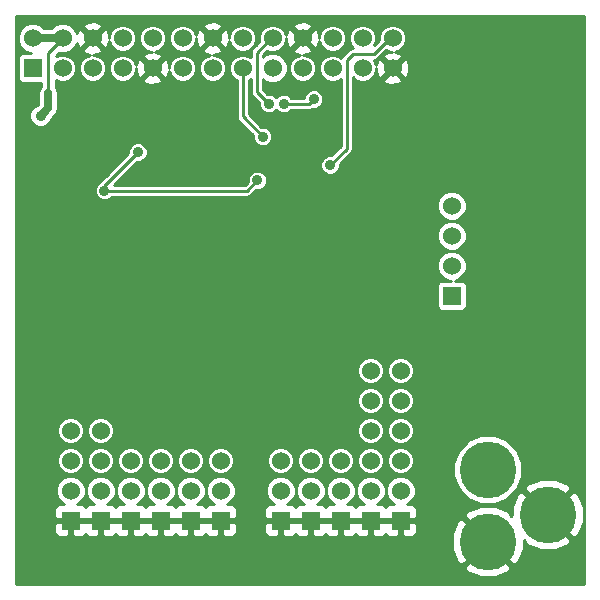
<source format=gbl>
G04 (created by PCBNEW (2013-05-31 BZR 4019)-stable) date 7/5/2014 4:19:42 PM*
%MOIN*%
G04 Gerber Fmt 3.4, Leading zero omitted, Abs format*
%FSLAX34Y34*%
G01*
G70*
G90*
G04 APERTURE LIST*
%ADD10C,0.00590551*%
%ADD11R,0.06X0.06*%
%ADD12C,0.06*%
%ADD13C,0.189*%
%ADD14C,0.035*%
%ADD15C,0.025*%
%ADD16C,0.01*%
G04 APERTURE END LIST*
G54D10*
G54D11*
X728Y-1917D03*
G54D12*
X728Y-917D03*
X1728Y-1917D03*
X1728Y-917D03*
X2728Y-1917D03*
X2728Y-917D03*
X3728Y-1917D03*
X3728Y-917D03*
X4728Y-1917D03*
X4728Y-917D03*
X5728Y-1917D03*
X5728Y-917D03*
X6728Y-1917D03*
X6728Y-917D03*
X7728Y-1917D03*
X7728Y-917D03*
X8728Y-1917D03*
X8728Y-917D03*
X9728Y-1917D03*
X9728Y-917D03*
X10728Y-1917D03*
X10728Y-917D03*
X11728Y-1917D03*
X11728Y-917D03*
X12728Y-1917D03*
X12728Y-917D03*
G54D11*
X3000Y-17000D03*
G54D12*
X3000Y-16000D03*
X3000Y-15000D03*
X3000Y-14000D03*
G54D11*
X4000Y-17000D03*
G54D12*
X4000Y-16000D03*
X4000Y-15000D03*
G54D11*
X6000Y-17000D03*
G54D12*
X6000Y-16000D03*
X6000Y-15000D03*
G54D11*
X9000Y-17000D03*
G54D12*
X9000Y-16000D03*
X9000Y-15000D03*
G54D11*
X11000Y-17000D03*
G54D12*
X11000Y-16000D03*
X11000Y-15000D03*
G54D11*
X7000Y-17000D03*
G54D12*
X7000Y-16000D03*
X7000Y-15000D03*
G54D11*
X10000Y-17000D03*
G54D12*
X10000Y-16000D03*
X10000Y-15000D03*
G54D11*
X13000Y-17000D03*
G54D12*
X13000Y-16000D03*
X13000Y-15000D03*
X13000Y-14000D03*
X13000Y-13000D03*
X13000Y-12000D03*
G54D11*
X2000Y-17000D03*
G54D12*
X2000Y-16000D03*
X2000Y-15000D03*
X2000Y-14000D03*
G54D11*
X5000Y-17000D03*
G54D12*
X5000Y-16000D03*
X5000Y-15000D03*
G54D11*
X12000Y-17000D03*
G54D12*
X12000Y-16000D03*
X12000Y-15000D03*
X12000Y-14000D03*
X12000Y-13000D03*
X12000Y-12000D03*
G54D11*
X14700Y-9500D03*
G54D12*
X14700Y-8500D03*
X14700Y-7500D03*
X14700Y-6500D03*
G54D13*
X15900Y-17700D03*
X15900Y-15300D03*
X17900Y-16800D03*
G54D14*
X15050Y-12500D03*
X2300Y-6400D03*
X7200Y-6400D03*
X8200Y-9700D03*
X12800Y-9000D03*
X3500Y-9800D03*
X8400Y-4200D03*
X8600Y-3100D03*
X9100Y-3100D03*
X10100Y-2950D03*
X4240Y-4720D03*
X8220Y-5660D03*
X3125Y-6000D03*
X1000Y-3500D03*
X10650Y-5150D03*
G54D15*
X15050Y-12500D02*
X15000Y-12500D01*
G54D16*
X7728Y-3528D02*
X7728Y-1917D01*
X8400Y-4200D02*
X7728Y-3528D01*
X8728Y-917D02*
X8682Y-917D01*
X8200Y-2700D02*
X8600Y-3100D01*
X8200Y-1400D02*
X8200Y-2700D01*
X8682Y-917D02*
X8200Y-1400D01*
X9950Y-3100D02*
X9100Y-3100D01*
X10100Y-2950D02*
X9950Y-3100D01*
X3125Y-5835D02*
X3125Y-6000D01*
X4240Y-4720D02*
X3125Y-5835D01*
X3125Y-6000D02*
X7880Y-6000D01*
X7880Y-6000D02*
X8220Y-5660D01*
X1728Y-917D02*
X1728Y-921D01*
X1728Y-921D02*
X1250Y-1400D01*
X1250Y-1400D02*
X1250Y-2750D01*
G54D15*
X1728Y-917D02*
X728Y-917D01*
X1000Y-3500D02*
X1250Y-3250D01*
X1250Y-3250D02*
X1250Y-2750D01*
G54D16*
X1250Y-1400D02*
X1250Y-2750D01*
X1250Y-2750D02*
X1250Y-3250D01*
X11800Y-1450D02*
X11400Y-1450D01*
X11400Y-1450D02*
X11200Y-1650D01*
X12728Y-917D02*
X12632Y-917D01*
X12632Y-917D02*
X12100Y-1450D01*
X11200Y-4600D02*
X10650Y-5150D01*
X11200Y-1650D02*
X11200Y-4600D01*
X12100Y-1450D02*
X11800Y-1450D01*
G54D10*
G36*
X19121Y-19121D02*
X19095Y-19121D01*
X19095Y-17035D01*
X19094Y-16560D01*
X18914Y-16124D01*
X18751Y-16018D01*
X18681Y-16089D01*
X18681Y-15948D01*
X18575Y-15785D01*
X18135Y-15604D01*
X17660Y-15605D01*
X17224Y-15785D01*
X17118Y-15948D01*
X17900Y-16729D01*
X18681Y-15948D01*
X18681Y-16089D01*
X17970Y-16800D01*
X18751Y-17581D01*
X18914Y-17475D01*
X19095Y-17035D01*
X19095Y-19121D01*
X18681Y-19121D01*
X18681Y-17651D01*
X17900Y-16870D01*
X17894Y-16876D01*
X17829Y-16811D01*
X17823Y-16805D01*
X17829Y-16800D01*
X17048Y-16018D01*
X17045Y-16020D01*
X17045Y-15073D01*
X16871Y-14652D01*
X16549Y-14329D01*
X16128Y-14155D01*
X15673Y-14154D01*
X15252Y-14328D01*
X15200Y-14380D01*
X15200Y-8400D01*
X15200Y-7400D01*
X15200Y-6400D01*
X15124Y-6217D01*
X14983Y-6076D01*
X14799Y-6000D01*
X14600Y-5999D01*
X14417Y-6075D01*
X14276Y-6216D01*
X14200Y-6400D01*
X14199Y-6599D01*
X14275Y-6782D01*
X14416Y-6923D01*
X14600Y-6999D01*
X14799Y-7000D01*
X14982Y-6924D01*
X15123Y-6783D01*
X15199Y-6599D01*
X15200Y-6400D01*
X15200Y-7400D01*
X15124Y-7217D01*
X14983Y-7076D01*
X14799Y-7000D01*
X14600Y-6999D01*
X14417Y-7075D01*
X14276Y-7216D01*
X14200Y-7400D01*
X14199Y-7599D01*
X14275Y-7782D01*
X14416Y-7923D01*
X14600Y-7999D01*
X14799Y-8000D01*
X14982Y-7924D01*
X15123Y-7783D01*
X15199Y-7599D01*
X15200Y-7400D01*
X15200Y-8400D01*
X15124Y-8217D01*
X14983Y-8076D01*
X14799Y-8000D01*
X14600Y-7999D01*
X14417Y-8075D01*
X14276Y-8216D01*
X14200Y-8400D01*
X14199Y-8599D01*
X14275Y-8782D01*
X14416Y-8923D01*
X14600Y-8999D01*
X14660Y-8999D01*
X14360Y-8999D01*
X14286Y-9030D01*
X14230Y-9086D01*
X14200Y-9160D01*
X14199Y-9239D01*
X14199Y-9839D01*
X14230Y-9913D01*
X14286Y-9969D01*
X14360Y-9999D01*
X14439Y-10000D01*
X15039Y-10000D01*
X15113Y-9969D01*
X15169Y-9913D01*
X15199Y-9839D01*
X15200Y-9760D01*
X15200Y-9160D01*
X15169Y-9086D01*
X15113Y-9030D01*
X15039Y-9000D01*
X14960Y-8999D01*
X14799Y-8999D01*
X14982Y-8924D01*
X15123Y-8783D01*
X15199Y-8599D01*
X15200Y-8400D01*
X15200Y-14380D01*
X14929Y-14650D01*
X14755Y-15071D01*
X14754Y-15526D01*
X14928Y-15947D01*
X15250Y-16270D01*
X15671Y-16444D01*
X16126Y-16445D01*
X16547Y-16271D01*
X16870Y-15949D01*
X17044Y-15528D01*
X17045Y-15073D01*
X17045Y-16020D01*
X16885Y-16124D01*
X16704Y-16564D01*
X16705Y-16824D01*
X16681Y-16848D01*
X16575Y-16685D01*
X16135Y-16504D01*
X15660Y-16505D01*
X15224Y-16685D01*
X15118Y-16848D01*
X15900Y-17629D01*
X15905Y-17623D01*
X15976Y-17694D01*
X15970Y-17700D01*
X16751Y-18481D01*
X16914Y-18375D01*
X17095Y-17935D01*
X17094Y-17675D01*
X17118Y-17651D01*
X17224Y-17814D01*
X17664Y-17995D01*
X18139Y-17994D01*
X18575Y-17814D01*
X18681Y-17651D01*
X18681Y-19121D01*
X16681Y-19121D01*
X16681Y-18551D01*
X15900Y-17770D01*
X15829Y-17841D01*
X15829Y-17700D01*
X15048Y-16918D01*
X14885Y-17024D01*
X14704Y-17464D01*
X14705Y-17939D01*
X14885Y-18375D01*
X15048Y-18481D01*
X15829Y-17700D01*
X15829Y-17841D01*
X15118Y-18551D01*
X15224Y-18714D01*
X15664Y-18895D01*
X16139Y-18894D01*
X16575Y-18714D01*
X16681Y-18551D01*
X16681Y-19121D01*
X13550Y-19121D01*
X13550Y-17349D01*
X13550Y-16650D01*
X13512Y-16558D01*
X13441Y-16488D01*
X13349Y-16450D01*
X13250Y-16449D01*
X13220Y-16449D01*
X13282Y-16424D01*
X13423Y-16283D01*
X13499Y-16099D01*
X13500Y-15900D01*
X13450Y-15779D01*
X13450Y-14910D01*
X13450Y-13910D01*
X13450Y-12910D01*
X13450Y-11910D01*
X13381Y-11745D01*
X13283Y-11646D01*
X13283Y-1999D01*
X13272Y-1780D01*
X13209Y-1629D01*
X13178Y-1620D01*
X13178Y-828D01*
X13110Y-662D01*
X12983Y-536D01*
X12818Y-467D01*
X12639Y-467D01*
X12473Y-535D01*
X12347Y-662D01*
X12278Y-827D01*
X12278Y-988D01*
X12120Y-1146D01*
X12178Y-1007D01*
X12178Y-828D01*
X12110Y-662D01*
X11983Y-536D01*
X11818Y-467D01*
X11639Y-467D01*
X11473Y-535D01*
X11347Y-662D01*
X11278Y-827D01*
X11278Y-1006D01*
X11346Y-1171D01*
X11424Y-1250D01*
X11400Y-1250D01*
X11323Y-1265D01*
X11301Y-1279D01*
X11258Y-1308D01*
X11178Y-1388D01*
X11178Y-828D01*
X11110Y-662D01*
X10983Y-536D01*
X10818Y-467D01*
X10639Y-467D01*
X10473Y-535D01*
X10347Y-662D01*
X10278Y-827D01*
X10278Y-903D01*
X10272Y-780D01*
X10209Y-629D01*
X10114Y-602D01*
X10043Y-672D01*
X10043Y-531D01*
X10016Y-436D01*
X9810Y-362D01*
X9591Y-373D01*
X9440Y-436D01*
X9413Y-531D01*
X9728Y-846D01*
X10043Y-531D01*
X10043Y-672D01*
X9799Y-917D01*
X10114Y-1232D01*
X10209Y-1205D01*
X10279Y-1009D01*
X10346Y-1171D01*
X10473Y-1298D01*
X10638Y-1367D01*
X10817Y-1367D01*
X10982Y-1299D01*
X11109Y-1172D01*
X11178Y-1007D01*
X11178Y-828D01*
X11178Y-1388D01*
X11058Y-1508D01*
X11017Y-1570D01*
X10983Y-1536D01*
X10818Y-1467D01*
X10639Y-1467D01*
X10473Y-1535D01*
X10347Y-1662D01*
X10278Y-1827D01*
X10278Y-2006D01*
X10346Y-2171D01*
X10473Y-2298D01*
X10638Y-2367D01*
X10817Y-2367D01*
X10982Y-2299D01*
X11000Y-2281D01*
X11000Y-4517D01*
X10692Y-4825D01*
X10585Y-4824D01*
X10466Y-4874D01*
X10425Y-4915D01*
X10425Y-2885D01*
X10375Y-2766D01*
X10284Y-2674D01*
X10178Y-2630D01*
X10178Y-1828D01*
X10110Y-1662D01*
X9983Y-1536D01*
X9818Y-1467D01*
X9741Y-1467D01*
X9865Y-1461D01*
X10016Y-1398D01*
X10043Y-1303D01*
X9728Y-988D01*
X9413Y-1303D01*
X9440Y-1398D01*
X9636Y-1468D01*
X9473Y-1535D01*
X9347Y-1662D01*
X9278Y-1827D01*
X9278Y-2006D01*
X9346Y-2171D01*
X9473Y-2298D01*
X9638Y-2367D01*
X9817Y-2367D01*
X9982Y-2299D01*
X10109Y-2172D01*
X10178Y-2007D01*
X10178Y-1828D01*
X10178Y-2630D01*
X10164Y-2625D01*
X10035Y-2624D01*
X9916Y-2674D01*
X9824Y-2765D01*
X9775Y-2885D01*
X9775Y-2900D01*
X9359Y-2900D01*
X9284Y-2824D01*
X9164Y-2775D01*
X9035Y-2774D01*
X8916Y-2824D01*
X8849Y-2890D01*
X8784Y-2824D01*
X8664Y-2775D01*
X8557Y-2774D01*
X8400Y-2617D01*
X8400Y-2296D01*
X8444Y-2340D01*
X8628Y-2417D01*
X8827Y-2417D01*
X9011Y-2341D01*
X9151Y-2200D01*
X9228Y-2017D01*
X9228Y-1818D01*
X9152Y-1634D01*
X9011Y-1493D01*
X8828Y-1417D01*
X8629Y-1417D01*
X8445Y-1493D01*
X8400Y-1538D01*
X8400Y-1482D01*
X8551Y-1331D01*
X8638Y-1367D01*
X8817Y-1367D01*
X8982Y-1299D01*
X9109Y-1172D01*
X9178Y-1007D01*
X9178Y-930D01*
X9184Y-1054D01*
X9247Y-1205D01*
X9342Y-1232D01*
X9657Y-917D01*
X9342Y-602D01*
X9247Y-629D01*
X9177Y-825D01*
X9110Y-662D01*
X8983Y-536D01*
X8818Y-467D01*
X8639Y-467D01*
X8473Y-535D01*
X8347Y-662D01*
X8278Y-827D01*
X8278Y-1006D01*
X8287Y-1029D01*
X8178Y-1138D01*
X8178Y-828D01*
X8110Y-662D01*
X7983Y-536D01*
X7818Y-467D01*
X7639Y-467D01*
X7473Y-535D01*
X7347Y-662D01*
X7278Y-827D01*
X7278Y-903D01*
X7272Y-780D01*
X7209Y-629D01*
X7114Y-602D01*
X7043Y-672D01*
X7043Y-531D01*
X7016Y-436D01*
X6810Y-362D01*
X6591Y-373D01*
X6440Y-436D01*
X6413Y-531D01*
X6728Y-846D01*
X7043Y-531D01*
X7043Y-672D01*
X6799Y-917D01*
X7114Y-1232D01*
X7209Y-1205D01*
X7279Y-1009D01*
X7346Y-1171D01*
X7473Y-1298D01*
X7638Y-1367D01*
X7817Y-1367D01*
X7982Y-1299D01*
X8109Y-1172D01*
X8178Y-1007D01*
X8178Y-828D01*
X8178Y-1138D01*
X8058Y-1258D01*
X8015Y-1323D01*
X8000Y-1400D01*
X8000Y-1552D01*
X7983Y-1536D01*
X7818Y-1467D01*
X7639Y-1467D01*
X7473Y-1535D01*
X7347Y-1662D01*
X7278Y-1827D01*
X7278Y-2006D01*
X7346Y-2171D01*
X7473Y-2298D01*
X7528Y-2321D01*
X7528Y-3528D01*
X7543Y-3604D01*
X7586Y-3669D01*
X8075Y-4157D01*
X8074Y-4264D01*
X8124Y-4383D01*
X8215Y-4475D01*
X8335Y-4524D01*
X8464Y-4525D01*
X8583Y-4475D01*
X8675Y-4384D01*
X8724Y-4264D01*
X8725Y-4135D01*
X8675Y-4016D01*
X8584Y-3924D01*
X8464Y-3875D01*
X8357Y-3874D01*
X7928Y-3445D01*
X7928Y-2321D01*
X7982Y-2299D01*
X8000Y-2281D01*
X8000Y-2700D01*
X8015Y-2776D01*
X8058Y-2841D01*
X8275Y-3057D01*
X8274Y-3164D01*
X8324Y-3283D01*
X8415Y-3375D01*
X8535Y-3424D01*
X8664Y-3425D01*
X8783Y-3375D01*
X8850Y-3309D01*
X8915Y-3375D01*
X9035Y-3424D01*
X9164Y-3425D01*
X9283Y-3375D01*
X9359Y-3300D01*
X9950Y-3300D01*
X10026Y-3284D01*
X10041Y-3274D01*
X10164Y-3275D01*
X10283Y-3225D01*
X10375Y-3134D01*
X10424Y-3014D01*
X10425Y-2885D01*
X10425Y-4915D01*
X10374Y-4965D01*
X10325Y-5085D01*
X10324Y-5214D01*
X10374Y-5333D01*
X10465Y-5425D01*
X10585Y-5474D01*
X10714Y-5475D01*
X10833Y-5425D01*
X10925Y-5334D01*
X10974Y-5214D01*
X10975Y-5107D01*
X11341Y-4741D01*
X11384Y-4676D01*
X11384Y-4676D01*
X11387Y-4663D01*
X11399Y-4600D01*
X11400Y-4600D01*
X11400Y-2225D01*
X11473Y-2298D01*
X11638Y-2367D01*
X11817Y-2367D01*
X11982Y-2299D01*
X12109Y-2172D01*
X12178Y-2007D01*
X12178Y-1930D01*
X12184Y-2054D01*
X12247Y-2205D01*
X12342Y-2232D01*
X12657Y-1917D01*
X12342Y-1602D01*
X12247Y-1629D01*
X12177Y-1825D01*
X12110Y-1662D01*
X12097Y-1650D01*
X12100Y-1650D01*
X12176Y-1634D01*
X12241Y-1591D01*
X12516Y-1316D01*
X12638Y-1367D01*
X12714Y-1367D01*
X12591Y-1373D01*
X12440Y-1436D01*
X12413Y-1531D01*
X12728Y-1846D01*
X13043Y-1531D01*
X13016Y-1436D01*
X12820Y-1366D01*
X12982Y-1299D01*
X13109Y-1172D01*
X13178Y-1007D01*
X13178Y-828D01*
X13178Y-1620D01*
X13114Y-1602D01*
X12799Y-1917D01*
X13114Y-2232D01*
X13209Y-2205D01*
X13283Y-1999D01*
X13283Y-11646D01*
X13255Y-11618D01*
X13089Y-11550D01*
X13043Y-11550D01*
X13043Y-2303D01*
X12728Y-1988D01*
X12413Y-2303D01*
X12440Y-2398D01*
X12646Y-2472D01*
X12865Y-2461D01*
X13016Y-2398D01*
X13043Y-2303D01*
X13043Y-11550D01*
X12910Y-11549D01*
X12745Y-11618D01*
X12618Y-11744D01*
X12550Y-11910D01*
X12549Y-12089D01*
X12618Y-12254D01*
X12744Y-12381D01*
X12910Y-12449D01*
X13089Y-12450D01*
X13254Y-12381D01*
X13381Y-12255D01*
X13449Y-12089D01*
X13450Y-11910D01*
X13450Y-12910D01*
X13381Y-12745D01*
X13255Y-12618D01*
X13089Y-12550D01*
X12910Y-12549D01*
X12745Y-12618D01*
X12618Y-12744D01*
X12550Y-12910D01*
X12549Y-13089D01*
X12618Y-13254D01*
X12744Y-13381D01*
X12910Y-13449D01*
X13089Y-13450D01*
X13254Y-13381D01*
X13381Y-13255D01*
X13449Y-13089D01*
X13450Y-12910D01*
X13450Y-13910D01*
X13381Y-13745D01*
X13255Y-13618D01*
X13089Y-13550D01*
X12910Y-13549D01*
X12745Y-13618D01*
X12618Y-13744D01*
X12550Y-13910D01*
X12549Y-14089D01*
X12618Y-14254D01*
X12744Y-14381D01*
X12910Y-14449D01*
X13089Y-14450D01*
X13254Y-14381D01*
X13381Y-14255D01*
X13449Y-14089D01*
X13450Y-13910D01*
X13450Y-14910D01*
X13381Y-14745D01*
X13255Y-14618D01*
X13089Y-14550D01*
X12910Y-14549D01*
X12745Y-14618D01*
X12618Y-14744D01*
X12550Y-14910D01*
X12549Y-15089D01*
X12618Y-15254D01*
X12744Y-15381D01*
X12910Y-15449D01*
X13089Y-15450D01*
X13254Y-15381D01*
X13381Y-15255D01*
X13449Y-15089D01*
X13450Y-14910D01*
X13450Y-15779D01*
X13424Y-15717D01*
X13283Y-15576D01*
X13099Y-15500D01*
X12900Y-15499D01*
X12717Y-15575D01*
X12576Y-15716D01*
X12500Y-15900D01*
X12499Y-16099D01*
X12575Y-16282D01*
X12716Y-16423D01*
X12779Y-16449D01*
X12749Y-16449D01*
X12650Y-16450D01*
X12558Y-16488D01*
X12500Y-16546D01*
X12441Y-16488D01*
X12349Y-16450D01*
X12250Y-16449D01*
X12220Y-16449D01*
X12282Y-16424D01*
X12423Y-16283D01*
X12499Y-16099D01*
X12500Y-15900D01*
X12450Y-15779D01*
X12450Y-14910D01*
X12450Y-13910D01*
X12450Y-12910D01*
X12450Y-11910D01*
X12381Y-11745D01*
X12255Y-11618D01*
X12089Y-11550D01*
X11910Y-11549D01*
X11745Y-11618D01*
X11618Y-11744D01*
X11550Y-11910D01*
X11549Y-12089D01*
X11618Y-12254D01*
X11744Y-12381D01*
X11910Y-12449D01*
X12089Y-12450D01*
X12254Y-12381D01*
X12381Y-12255D01*
X12449Y-12089D01*
X12450Y-11910D01*
X12450Y-12910D01*
X12381Y-12745D01*
X12255Y-12618D01*
X12089Y-12550D01*
X11910Y-12549D01*
X11745Y-12618D01*
X11618Y-12744D01*
X11550Y-12910D01*
X11549Y-13089D01*
X11618Y-13254D01*
X11744Y-13381D01*
X11910Y-13449D01*
X12089Y-13450D01*
X12254Y-13381D01*
X12381Y-13255D01*
X12449Y-13089D01*
X12450Y-12910D01*
X12450Y-13910D01*
X12381Y-13745D01*
X12255Y-13618D01*
X12089Y-13550D01*
X11910Y-13549D01*
X11745Y-13618D01*
X11618Y-13744D01*
X11550Y-13910D01*
X11549Y-14089D01*
X11618Y-14254D01*
X11744Y-14381D01*
X11910Y-14449D01*
X12089Y-14450D01*
X12254Y-14381D01*
X12381Y-14255D01*
X12449Y-14089D01*
X12450Y-13910D01*
X12450Y-14910D01*
X12381Y-14745D01*
X12255Y-14618D01*
X12089Y-14550D01*
X11910Y-14549D01*
X11745Y-14618D01*
X11618Y-14744D01*
X11550Y-14910D01*
X11549Y-15089D01*
X11618Y-15254D01*
X11744Y-15381D01*
X11910Y-15449D01*
X12089Y-15450D01*
X12254Y-15381D01*
X12381Y-15255D01*
X12449Y-15089D01*
X12450Y-14910D01*
X12450Y-15779D01*
X12424Y-15717D01*
X12283Y-15576D01*
X12099Y-15500D01*
X11900Y-15499D01*
X11717Y-15575D01*
X11576Y-15716D01*
X11500Y-15900D01*
X11499Y-16099D01*
X11575Y-16282D01*
X11716Y-16423D01*
X11779Y-16449D01*
X11749Y-16449D01*
X11650Y-16450D01*
X11558Y-16488D01*
X11500Y-16546D01*
X11441Y-16488D01*
X11349Y-16450D01*
X11250Y-16449D01*
X11220Y-16449D01*
X11282Y-16424D01*
X11423Y-16283D01*
X11499Y-16099D01*
X11500Y-15900D01*
X11450Y-15779D01*
X11450Y-14910D01*
X11381Y-14745D01*
X11255Y-14618D01*
X11089Y-14550D01*
X10910Y-14549D01*
X10745Y-14618D01*
X10618Y-14744D01*
X10550Y-14910D01*
X10549Y-15089D01*
X10618Y-15254D01*
X10744Y-15381D01*
X10910Y-15449D01*
X11089Y-15450D01*
X11254Y-15381D01*
X11381Y-15255D01*
X11449Y-15089D01*
X11450Y-14910D01*
X11450Y-15779D01*
X11424Y-15717D01*
X11283Y-15576D01*
X11099Y-15500D01*
X10900Y-15499D01*
X10717Y-15575D01*
X10576Y-15716D01*
X10500Y-15900D01*
X10499Y-16099D01*
X10575Y-16282D01*
X10716Y-16423D01*
X10779Y-16449D01*
X10749Y-16449D01*
X10650Y-16450D01*
X10558Y-16488D01*
X10500Y-16546D01*
X10441Y-16488D01*
X10349Y-16450D01*
X10250Y-16449D01*
X10220Y-16449D01*
X10282Y-16424D01*
X10423Y-16283D01*
X10499Y-16099D01*
X10500Y-15900D01*
X10450Y-15779D01*
X10450Y-14910D01*
X10381Y-14745D01*
X10255Y-14618D01*
X10089Y-14550D01*
X9910Y-14549D01*
X9745Y-14618D01*
X9618Y-14744D01*
X9550Y-14910D01*
X9549Y-15089D01*
X9618Y-15254D01*
X9744Y-15381D01*
X9910Y-15449D01*
X10089Y-15450D01*
X10254Y-15381D01*
X10381Y-15255D01*
X10449Y-15089D01*
X10450Y-14910D01*
X10450Y-15779D01*
X10424Y-15717D01*
X10283Y-15576D01*
X10099Y-15500D01*
X9900Y-15499D01*
X9717Y-15575D01*
X9576Y-15716D01*
X9500Y-15900D01*
X9499Y-16099D01*
X9575Y-16282D01*
X9716Y-16423D01*
X9779Y-16449D01*
X9749Y-16449D01*
X9650Y-16450D01*
X9558Y-16488D01*
X9500Y-16546D01*
X9441Y-16488D01*
X9349Y-16450D01*
X9250Y-16449D01*
X9220Y-16449D01*
X9282Y-16424D01*
X9423Y-16283D01*
X9499Y-16099D01*
X9500Y-15900D01*
X9450Y-15779D01*
X9450Y-14910D01*
X9381Y-14745D01*
X9255Y-14618D01*
X9089Y-14550D01*
X8910Y-14549D01*
X8745Y-14618D01*
X8618Y-14744D01*
X8550Y-14910D01*
X8549Y-15089D01*
X8618Y-15254D01*
X8744Y-15381D01*
X8910Y-15449D01*
X9089Y-15450D01*
X9254Y-15381D01*
X9381Y-15255D01*
X9449Y-15089D01*
X9450Y-14910D01*
X9450Y-15779D01*
X9424Y-15717D01*
X9283Y-15576D01*
X9099Y-15500D01*
X8900Y-15499D01*
X8717Y-15575D01*
X8576Y-15716D01*
X8545Y-15791D01*
X8545Y-5595D01*
X8495Y-5476D01*
X8404Y-5384D01*
X8284Y-5335D01*
X8155Y-5334D01*
X8036Y-5384D01*
X7944Y-5475D01*
X7895Y-5595D01*
X7894Y-5702D01*
X7797Y-5800D01*
X7178Y-5800D01*
X7178Y-1828D01*
X7110Y-1662D01*
X6983Y-1536D01*
X6818Y-1467D01*
X6741Y-1467D01*
X6865Y-1461D01*
X7016Y-1398D01*
X7043Y-1303D01*
X6728Y-988D01*
X6657Y-1058D01*
X6657Y-917D01*
X6342Y-602D01*
X6247Y-629D01*
X6177Y-825D01*
X6110Y-662D01*
X5983Y-536D01*
X5818Y-467D01*
X5639Y-467D01*
X5473Y-535D01*
X5347Y-662D01*
X5278Y-827D01*
X5278Y-1006D01*
X5346Y-1171D01*
X5473Y-1298D01*
X5638Y-1367D01*
X5817Y-1367D01*
X5982Y-1299D01*
X6109Y-1172D01*
X6178Y-1007D01*
X6178Y-930D01*
X6184Y-1054D01*
X6247Y-1205D01*
X6342Y-1232D01*
X6657Y-917D01*
X6657Y-1058D01*
X6413Y-1303D01*
X6440Y-1398D01*
X6636Y-1468D01*
X6473Y-1535D01*
X6347Y-1662D01*
X6278Y-1827D01*
X6278Y-2006D01*
X6346Y-2171D01*
X6473Y-2298D01*
X6638Y-2367D01*
X6817Y-2367D01*
X6982Y-2299D01*
X7109Y-2172D01*
X7178Y-2007D01*
X7178Y-1828D01*
X7178Y-5800D01*
X6178Y-5800D01*
X6178Y-1828D01*
X6110Y-1662D01*
X5983Y-1536D01*
X5818Y-1467D01*
X5639Y-1467D01*
X5473Y-1535D01*
X5347Y-1662D01*
X5278Y-1827D01*
X5278Y-1903D01*
X5272Y-1780D01*
X5209Y-1629D01*
X5178Y-1620D01*
X5178Y-828D01*
X5110Y-662D01*
X4983Y-536D01*
X4818Y-467D01*
X4639Y-467D01*
X4473Y-535D01*
X4347Y-662D01*
X4278Y-827D01*
X4278Y-1006D01*
X4346Y-1171D01*
X4473Y-1298D01*
X4638Y-1367D01*
X4714Y-1367D01*
X4591Y-1373D01*
X4440Y-1436D01*
X4413Y-1531D01*
X4728Y-1846D01*
X5043Y-1531D01*
X5016Y-1436D01*
X4820Y-1366D01*
X4982Y-1299D01*
X5109Y-1172D01*
X5178Y-1007D01*
X5178Y-828D01*
X5178Y-1620D01*
X5114Y-1602D01*
X4799Y-1917D01*
X5114Y-2232D01*
X5209Y-2205D01*
X5279Y-2009D01*
X5346Y-2171D01*
X5473Y-2298D01*
X5638Y-2367D01*
X5817Y-2367D01*
X5982Y-2299D01*
X6109Y-2172D01*
X6178Y-2007D01*
X6178Y-1828D01*
X6178Y-5800D01*
X5043Y-5800D01*
X5043Y-2303D01*
X4728Y-1988D01*
X4657Y-2058D01*
X4657Y-1917D01*
X4342Y-1602D01*
X4247Y-1629D01*
X4178Y-1821D01*
X4178Y-828D01*
X4110Y-662D01*
X3983Y-536D01*
X3818Y-467D01*
X3639Y-467D01*
X3473Y-535D01*
X3347Y-662D01*
X3278Y-827D01*
X3278Y-903D01*
X3272Y-780D01*
X3209Y-629D01*
X3114Y-602D01*
X3043Y-672D01*
X3043Y-531D01*
X3016Y-436D01*
X2810Y-362D01*
X2591Y-373D01*
X2440Y-436D01*
X2413Y-531D01*
X2728Y-846D01*
X3043Y-531D01*
X3043Y-672D01*
X2799Y-917D01*
X3114Y-1232D01*
X3209Y-1205D01*
X3279Y-1009D01*
X3346Y-1171D01*
X3473Y-1298D01*
X3638Y-1367D01*
X3817Y-1367D01*
X3982Y-1299D01*
X4109Y-1172D01*
X4178Y-1007D01*
X4178Y-828D01*
X4178Y-1821D01*
X4177Y-1825D01*
X4110Y-1662D01*
X3983Y-1536D01*
X3818Y-1467D01*
X3639Y-1467D01*
X3473Y-1535D01*
X3347Y-1662D01*
X3278Y-1827D01*
X3278Y-2006D01*
X3346Y-2171D01*
X3473Y-2298D01*
X3638Y-2367D01*
X3817Y-2367D01*
X3982Y-2299D01*
X4109Y-2172D01*
X4178Y-2007D01*
X4178Y-1930D01*
X4184Y-2054D01*
X4247Y-2205D01*
X4342Y-2232D01*
X4657Y-1917D01*
X4657Y-2058D01*
X4413Y-2303D01*
X4440Y-2398D01*
X4646Y-2472D01*
X4865Y-2461D01*
X5016Y-2398D01*
X5043Y-2303D01*
X5043Y-5800D01*
X3442Y-5800D01*
X4197Y-5044D01*
X4304Y-5045D01*
X4423Y-4995D01*
X4515Y-4904D01*
X4564Y-4784D01*
X4565Y-4655D01*
X4515Y-4536D01*
X4424Y-4444D01*
X4304Y-4395D01*
X4175Y-4394D01*
X4056Y-4444D01*
X3964Y-4535D01*
X3915Y-4655D01*
X3914Y-4762D01*
X3178Y-5498D01*
X3178Y-1828D01*
X3110Y-1662D01*
X2983Y-1536D01*
X2818Y-1467D01*
X2741Y-1467D01*
X2865Y-1461D01*
X3016Y-1398D01*
X3043Y-1303D01*
X2728Y-988D01*
X2657Y-1058D01*
X2657Y-917D01*
X2342Y-602D01*
X2247Y-629D01*
X2202Y-755D01*
X2152Y-634D01*
X2011Y-493D01*
X1828Y-417D01*
X1629Y-417D01*
X1445Y-493D01*
X1346Y-592D01*
X1110Y-592D01*
X1011Y-493D01*
X828Y-417D01*
X629Y-417D01*
X445Y-493D01*
X304Y-633D01*
X228Y-817D01*
X228Y-1016D01*
X304Y-1200D01*
X444Y-1340D01*
X628Y-1417D01*
X688Y-1417D01*
X388Y-1417D01*
X315Y-1447D01*
X258Y-1503D01*
X228Y-1577D01*
X228Y-1656D01*
X228Y-2256D01*
X258Y-2330D01*
X314Y-2386D01*
X388Y-2417D01*
X467Y-2417D01*
X1000Y-2417D01*
X1000Y-2550D01*
X949Y-2625D01*
X925Y-2750D01*
X925Y-3115D01*
X908Y-3132D01*
X787Y-3181D01*
X682Y-3287D01*
X625Y-3425D01*
X624Y-3574D01*
X681Y-3712D01*
X787Y-3817D01*
X925Y-3874D01*
X1074Y-3875D01*
X1212Y-3818D01*
X1317Y-3712D01*
X1368Y-3591D01*
X1479Y-3479D01*
X1479Y-3479D01*
X1479Y-3479D01*
X1550Y-3374D01*
X1550Y-3374D01*
X1575Y-3250D01*
X1575Y-2750D01*
X1550Y-2625D01*
X1500Y-2550D01*
X1500Y-2309D01*
X1638Y-2367D01*
X1817Y-2367D01*
X1982Y-2299D01*
X2109Y-2172D01*
X2178Y-2007D01*
X2178Y-1828D01*
X2110Y-1662D01*
X1983Y-1536D01*
X1818Y-1467D01*
X1639Y-1467D01*
X1500Y-1524D01*
X1500Y-1503D01*
X1598Y-1404D01*
X1628Y-1417D01*
X1827Y-1417D01*
X2011Y-1341D01*
X2151Y-1200D01*
X2198Y-1088D01*
X2247Y-1205D01*
X2342Y-1232D01*
X2657Y-917D01*
X2657Y-1058D01*
X2413Y-1303D01*
X2440Y-1398D01*
X2636Y-1468D01*
X2473Y-1535D01*
X2347Y-1662D01*
X2278Y-1827D01*
X2278Y-2006D01*
X2346Y-2171D01*
X2473Y-2298D01*
X2638Y-2367D01*
X2817Y-2367D01*
X2982Y-2299D01*
X3109Y-2172D01*
X3178Y-2007D01*
X3178Y-1828D01*
X3178Y-5498D01*
X2983Y-5693D01*
X2971Y-5711D01*
X2941Y-5724D01*
X2849Y-5815D01*
X2800Y-5935D01*
X2799Y-6064D01*
X2849Y-6183D01*
X2940Y-6275D01*
X3060Y-6324D01*
X3189Y-6325D01*
X3308Y-6275D01*
X3384Y-6200D01*
X7880Y-6200D01*
X7956Y-6184D01*
X8021Y-6141D01*
X8177Y-5984D01*
X8284Y-5985D01*
X8403Y-5935D01*
X8495Y-5844D01*
X8544Y-5724D01*
X8545Y-5595D01*
X8545Y-15791D01*
X8500Y-15900D01*
X8499Y-16099D01*
X8575Y-16282D01*
X8716Y-16423D01*
X8779Y-16449D01*
X8749Y-16449D01*
X8650Y-16450D01*
X8558Y-16488D01*
X8487Y-16558D01*
X8449Y-16650D01*
X8450Y-16887D01*
X8512Y-16950D01*
X8950Y-16950D01*
X8950Y-16942D01*
X9050Y-16942D01*
X9050Y-16950D01*
X9487Y-16950D01*
X9500Y-16937D01*
X9512Y-16950D01*
X9950Y-16950D01*
X9950Y-16942D01*
X10050Y-16942D01*
X10050Y-16950D01*
X10487Y-16950D01*
X10500Y-16937D01*
X10512Y-16950D01*
X10950Y-16950D01*
X10950Y-16942D01*
X11050Y-16942D01*
X11050Y-16950D01*
X11487Y-16950D01*
X11500Y-16937D01*
X11512Y-16950D01*
X11950Y-16950D01*
X11950Y-16942D01*
X12050Y-16942D01*
X12050Y-16950D01*
X12487Y-16950D01*
X12500Y-16937D01*
X12512Y-16950D01*
X12950Y-16950D01*
X12950Y-16942D01*
X13050Y-16942D01*
X13050Y-16950D01*
X13487Y-16950D01*
X13550Y-16887D01*
X13550Y-16650D01*
X13550Y-17349D01*
X13550Y-17112D01*
X13487Y-17050D01*
X13050Y-17050D01*
X13050Y-17487D01*
X13112Y-17550D01*
X13250Y-17550D01*
X13349Y-17549D01*
X13441Y-17511D01*
X13512Y-17441D01*
X13550Y-17349D01*
X13550Y-19121D01*
X12950Y-19121D01*
X12950Y-17487D01*
X12950Y-17050D01*
X12512Y-17050D01*
X12500Y-17062D01*
X12487Y-17050D01*
X12050Y-17050D01*
X12050Y-17487D01*
X12112Y-17550D01*
X12250Y-17550D01*
X12349Y-17549D01*
X12441Y-17511D01*
X12500Y-17453D01*
X12558Y-17511D01*
X12650Y-17549D01*
X12749Y-17550D01*
X12887Y-17550D01*
X12950Y-17487D01*
X12950Y-19121D01*
X11950Y-19121D01*
X11950Y-17487D01*
X11950Y-17050D01*
X11512Y-17050D01*
X11500Y-17062D01*
X11487Y-17050D01*
X11050Y-17050D01*
X11050Y-17487D01*
X11112Y-17550D01*
X11250Y-17550D01*
X11349Y-17549D01*
X11441Y-17511D01*
X11500Y-17453D01*
X11558Y-17511D01*
X11650Y-17549D01*
X11749Y-17550D01*
X11887Y-17550D01*
X11950Y-17487D01*
X11950Y-19121D01*
X10950Y-19121D01*
X10950Y-17487D01*
X10950Y-17050D01*
X10512Y-17050D01*
X10500Y-17062D01*
X10487Y-17050D01*
X10050Y-17050D01*
X10050Y-17487D01*
X10112Y-17550D01*
X10250Y-17550D01*
X10349Y-17549D01*
X10441Y-17511D01*
X10500Y-17453D01*
X10558Y-17511D01*
X10650Y-17549D01*
X10749Y-17550D01*
X10887Y-17550D01*
X10950Y-17487D01*
X10950Y-19121D01*
X9950Y-19121D01*
X9950Y-17487D01*
X9950Y-17050D01*
X9512Y-17050D01*
X9500Y-17062D01*
X9487Y-17050D01*
X9050Y-17050D01*
X9050Y-17487D01*
X9112Y-17550D01*
X9250Y-17550D01*
X9349Y-17549D01*
X9441Y-17511D01*
X9500Y-17453D01*
X9558Y-17511D01*
X9650Y-17549D01*
X9749Y-17550D01*
X9887Y-17550D01*
X9950Y-17487D01*
X9950Y-19121D01*
X8950Y-19121D01*
X8950Y-17487D01*
X8950Y-17050D01*
X8512Y-17050D01*
X8450Y-17112D01*
X8449Y-17349D01*
X8487Y-17441D01*
X8558Y-17511D01*
X8650Y-17549D01*
X8749Y-17550D01*
X8887Y-17550D01*
X8950Y-17487D01*
X8950Y-19121D01*
X7550Y-19121D01*
X7550Y-17349D01*
X7550Y-16650D01*
X7512Y-16558D01*
X7441Y-16488D01*
X7349Y-16450D01*
X7250Y-16449D01*
X7220Y-16449D01*
X7282Y-16424D01*
X7423Y-16283D01*
X7499Y-16099D01*
X7500Y-15900D01*
X7450Y-15779D01*
X7450Y-14910D01*
X7381Y-14745D01*
X7255Y-14618D01*
X7089Y-14550D01*
X6910Y-14549D01*
X6745Y-14618D01*
X6618Y-14744D01*
X6550Y-14910D01*
X6549Y-15089D01*
X6618Y-15254D01*
X6744Y-15381D01*
X6910Y-15449D01*
X7089Y-15450D01*
X7254Y-15381D01*
X7381Y-15255D01*
X7449Y-15089D01*
X7450Y-14910D01*
X7450Y-15779D01*
X7424Y-15717D01*
X7283Y-15576D01*
X7099Y-15500D01*
X6900Y-15499D01*
X6717Y-15575D01*
X6576Y-15716D01*
X6500Y-15900D01*
X6499Y-16099D01*
X6575Y-16282D01*
X6716Y-16423D01*
X6779Y-16449D01*
X6749Y-16449D01*
X6650Y-16450D01*
X6558Y-16488D01*
X6500Y-16546D01*
X6441Y-16488D01*
X6349Y-16450D01*
X6250Y-16449D01*
X6220Y-16449D01*
X6282Y-16424D01*
X6423Y-16283D01*
X6499Y-16099D01*
X6500Y-15900D01*
X6450Y-15779D01*
X6450Y-14910D01*
X6381Y-14745D01*
X6255Y-14618D01*
X6089Y-14550D01*
X5910Y-14549D01*
X5745Y-14618D01*
X5618Y-14744D01*
X5550Y-14910D01*
X5549Y-15089D01*
X5618Y-15254D01*
X5744Y-15381D01*
X5910Y-15449D01*
X6089Y-15450D01*
X6254Y-15381D01*
X6381Y-15255D01*
X6449Y-15089D01*
X6450Y-14910D01*
X6450Y-15779D01*
X6424Y-15717D01*
X6283Y-15576D01*
X6099Y-15500D01*
X5900Y-15499D01*
X5717Y-15575D01*
X5576Y-15716D01*
X5500Y-15900D01*
X5499Y-16099D01*
X5575Y-16282D01*
X5716Y-16423D01*
X5779Y-16449D01*
X5749Y-16449D01*
X5650Y-16450D01*
X5558Y-16488D01*
X5500Y-16546D01*
X5441Y-16488D01*
X5349Y-16450D01*
X5250Y-16449D01*
X5220Y-16449D01*
X5282Y-16424D01*
X5423Y-16283D01*
X5499Y-16099D01*
X5500Y-15900D01*
X5450Y-15779D01*
X5450Y-14910D01*
X5381Y-14745D01*
X5255Y-14618D01*
X5089Y-14550D01*
X4910Y-14549D01*
X4745Y-14618D01*
X4618Y-14744D01*
X4550Y-14910D01*
X4549Y-15089D01*
X4618Y-15254D01*
X4744Y-15381D01*
X4910Y-15449D01*
X5089Y-15450D01*
X5254Y-15381D01*
X5381Y-15255D01*
X5449Y-15089D01*
X5450Y-14910D01*
X5450Y-15779D01*
X5424Y-15717D01*
X5283Y-15576D01*
X5099Y-15500D01*
X4900Y-15499D01*
X4717Y-15575D01*
X4576Y-15716D01*
X4500Y-15900D01*
X4499Y-16099D01*
X4575Y-16282D01*
X4716Y-16423D01*
X4779Y-16449D01*
X4749Y-16449D01*
X4650Y-16450D01*
X4558Y-16488D01*
X4500Y-16546D01*
X4441Y-16488D01*
X4349Y-16450D01*
X4250Y-16449D01*
X4220Y-16449D01*
X4282Y-16424D01*
X4423Y-16283D01*
X4499Y-16099D01*
X4500Y-15900D01*
X4450Y-15779D01*
X4450Y-14910D01*
X4381Y-14745D01*
X4255Y-14618D01*
X4089Y-14550D01*
X3910Y-14549D01*
X3745Y-14618D01*
X3618Y-14744D01*
X3550Y-14910D01*
X3549Y-15089D01*
X3618Y-15254D01*
X3744Y-15381D01*
X3910Y-15449D01*
X4089Y-15450D01*
X4254Y-15381D01*
X4381Y-15255D01*
X4449Y-15089D01*
X4450Y-14910D01*
X4450Y-15779D01*
X4424Y-15717D01*
X4283Y-15576D01*
X4099Y-15500D01*
X3900Y-15499D01*
X3717Y-15575D01*
X3576Y-15716D01*
X3500Y-15900D01*
X3499Y-16099D01*
X3575Y-16282D01*
X3716Y-16423D01*
X3779Y-16449D01*
X3749Y-16449D01*
X3650Y-16450D01*
X3558Y-16488D01*
X3500Y-16546D01*
X3441Y-16488D01*
X3349Y-16450D01*
X3250Y-16449D01*
X3220Y-16449D01*
X3282Y-16424D01*
X3423Y-16283D01*
X3499Y-16099D01*
X3500Y-15900D01*
X3450Y-15779D01*
X3450Y-14910D01*
X3450Y-13910D01*
X3381Y-13745D01*
X3255Y-13618D01*
X3089Y-13550D01*
X2910Y-13549D01*
X2745Y-13618D01*
X2618Y-13744D01*
X2550Y-13910D01*
X2549Y-14089D01*
X2618Y-14254D01*
X2744Y-14381D01*
X2910Y-14449D01*
X3089Y-14450D01*
X3254Y-14381D01*
X3381Y-14255D01*
X3449Y-14089D01*
X3450Y-13910D01*
X3450Y-14910D01*
X3381Y-14745D01*
X3255Y-14618D01*
X3089Y-14550D01*
X2910Y-14549D01*
X2745Y-14618D01*
X2618Y-14744D01*
X2550Y-14910D01*
X2549Y-15089D01*
X2618Y-15254D01*
X2744Y-15381D01*
X2910Y-15449D01*
X3089Y-15450D01*
X3254Y-15381D01*
X3381Y-15255D01*
X3449Y-15089D01*
X3450Y-14910D01*
X3450Y-15779D01*
X3424Y-15717D01*
X3283Y-15576D01*
X3099Y-15500D01*
X2900Y-15499D01*
X2717Y-15575D01*
X2576Y-15716D01*
X2500Y-15900D01*
X2499Y-16099D01*
X2575Y-16282D01*
X2716Y-16423D01*
X2779Y-16449D01*
X2749Y-16449D01*
X2650Y-16450D01*
X2558Y-16488D01*
X2500Y-16546D01*
X2441Y-16488D01*
X2349Y-16450D01*
X2250Y-16449D01*
X2220Y-16449D01*
X2282Y-16424D01*
X2423Y-16283D01*
X2499Y-16099D01*
X2500Y-15900D01*
X2450Y-15779D01*
X2450Y-14910D01*
X2450Y-13910D01*
X2381Y-13745D01*
X2255Y-13618D01*
X2089Y-13550D01*
X1910Y-13549D01*
X1745Y-13618D01*
X1618Y-13744D01*
X1550Y-13910D01*
X1549Y-14089D01*
X1618Y-14254D01*
X1744Y-14381D01*
X1910Y-14449D01*
X2089Y-14450D01*
X2254Y-14381D01*
X2381Y-14255D01*
X2449Y-14089D01*
X2450Y-13910D01*
X2450Y-14910D01*
X2381Y-14745D01*
X2255Y-14618D01*
X2089Y-14550D01*
X1910Y-14549D01*
X1745Y-14618D01*
X1618Y-14744D01*
X1550Y-14910D01*
X1549Y-15089D01*
X1618Y-15254D01*
X1744Y-15381D01*
X1910Y-15449D01*
X2089Y-15450D01*
X2254Y-15381D01*
X2381Y-15255D01*
X2449Y-15089D01*
X2450Y-14910D01*
X2450Y-15779D01*
X2424Y-15717D01*
X2283Y-15576D01*
X2099Y-15500D01*
X1900Y-15499D01*
X1717Y-15575D01*
X1576Y-15716D01*
X1500Y-15900D01*
X1499Y-16099D01*
X1575Y-16282D01*
X1716Y-16423D01*
X1779Y-16449D01*
X1749Y-16449D01*
X1650Y-16450D01*
X1558Y-16488D01*
X1487Y-16558D01*
X1449Y-16650D01*
X1450Y-16887D01*
X1512Y-16950D01*
X1950Y-16950D01*
X1950Y-16942D01*
X2050Y-16942D01*
X2050Y-16950D01*
X2487Y-16950D01*
X2500Y-16937D01*
X2512Y-16950D01*
X2950Y-16950D01*
X2950Y-16942D01*
X3050Y-16942D01*
X3050Y-16950D01*
X3487Y-16950D01*
X3500Y-16937D01*
X3512Y-16950D01*
X3950Y-16950D01*
X3950Y-16942D01*
X4050Y-16942D01*
X4050Y-16950D01*
X4487Y-16950D01*
X4500Y-16937D01*
X4512Y-16950D01*
X4950Y-16950D01*
X4950Y-16942D01*
X5050Y-16942D01*
X5050Y-16950D01*
X5487Y-16950D01*
X5500Y-16937D01*
X5512Y-16950D01*
X5950Y-16950D01*
X5950Y-16942D01*
X6050Y-16942D01*
X6050Y-16950D01*
X6487Y-16950D01*
X6500Y-16937D01*
X6512Y-16950D01*
X6950Y-16950D01*
X6950Y-16942D01*
X7050Y-16942D01*
X7050Y-16950D01*
X7487Y-16950D01*
X7550Y-16887D01*
X7550Y-16650D01*
X7550Y-17349D01*
X7550Y-17112D01*
X7487Y-17050D01*
X7050Y-17050D01*
X7050Y-17487D01*
X7112Y-17550D01*
X7250Y-17550D01*
X7349Y-17549D01*
X7441Y-17511D01*
X7512Y-17441D01*
X7550Y-17349D01*
X7550Y-19121D01*
X6950Y-19121D01*
X6950Y-17487D01*
X6950Y-17050D01*
X6512Y-17050D01*
X6500Y-17062D01*
X6487Y-17050D01*
X6050Y-17050D01*
X6050Y-17487D01*
X6112Y-17550D01*
X6250Y-17550D01*
X6349Y-17549D01*
X6441Y-17511D01*
X6500Y-17453D01*
X6558Y-17511D01*
X6650Y-17549D01*
X6749Y-17550D01*
X6887Y-17550D01*
X6950Y-17487D01*
X6950Y-19121D01*
X5950Y-19121D01*
X5950Y-17487D01*
X5950Y-17050D01*
X5512Y-17050D01*
X5500Y-17062D01*
X5487Y-17050D01*
X5050Y-17050D01*
X5050Y-17487D01*
X5112Y-17550D01*
X5250Y-17550D01*
X5349Y-17549D01*
X5441Y-17511D01*
X5500Y-17453D01*
X5558Y-17511D01*
X5650Y-17549D01*
X5749Y-17550D01*
X5887Y-17550D01*
X5950Y-17487D01*
X5950Y-19121D01*
X4950Y-19121D01*
X4950Y-17487D01*
X4950Y-17050D01*
X4512Y-17050D01*
X4500Y-17062D01*
X4487Y-17050D01*
X4050Y-17050D01*
X4050Y-17487D01*
X4112Y-17550D01*
X4250Y-17550D01*
X4349Y-17549D01*
X4441Y-17511D01*
X4500Y-17453D01*
X4558Y-17511D01*
X4650Y-17549D01*
X4749Y-17550D01*
X4887Y-17550D01*
X4950Y-17487D01*
X4950Y-19121D01*
X3950Y-19121D01*
X3950Y-17487D01*
X3950Y-17050D01*
X3512Y-17050D01*
X3500Y-17062D01*
X3487Y-17050D01*
X3050Y-17050D01*
X3050Y-17487D01*
X3112Y-17550D01*
X3250Y-17550D01*
X3349Y-17549D01*
X3441Y-17511D01*
X3500Y-17453D01*
X3558Y-17511D01*
X3650Y-17549D01*
X3749Y-17550D01*
X3887Y-17550D01*
X3950Y-17487D01*
X3950Y-19121D01*
X2950Y-19121D01*
X2950Y-17487D01*
X2950Y-17050D01*
X2512Y-17050D01*
X2500Y-17062D01*
X2487Y-17050D01*
X2050Y-17050D01*
X2050Y-17487D01*
X2112Y-17550D01*
X2250Y-17550D01*
X2349Y-17549D01*
X2441Y-17511D01*
X2500Y-17453D01*
X2558Y-17511D01*
X2650Y-17549D01*
X2749Y-17550D01*
X2887Y-17550D01*
X2950Y-17487D01*
X2950Y-19121D01*
X1950Y-19121D01*
X1950Y-17487D01*
X1950Y-17050D01*
X1512Y-17050D01*
X1450Y-17112D01*
X1449Y-17349D01*
X1487Y-17441D01*
X1558Y-17511D01*
X1650Y-17549D01*
X1749Y-17550D01*
X1887Y-17550D01*
X1950Y-17487D01*
X1950Y-19121D01*
X169Y-19121D01*
X169Y-169D01*
X19121Y-169D01*
X19121Y-19121D01*
X19121Y-19121D01*
G37*
G54D16*
X19121Y-19121D02*
X19095Y-19121D01*
X19095Y-17035D01*
X19094Y-16560D01*
X18914Y-16124D01*
X18751Y-16018D01*
X18681Y-16089D01*
X18681Y-15948D01*
X18575Y-15785D01*
X18135Y-15604D01*
X17660Y-15605D01*
X17224Y-15785D01*
X17118Y-15948D01*
X17900Y-16729D01*
X18681Y-15948D01*
X18681Y-16089D01*
X17970Y-16800D01*
X18751Y-17581D01*
X18914Y-17475D01*
X19095Y-17035D01*
X19095Y-19121D01*
X18681Y-19121D01*
X18681Y-17651D01*
X17900Y-16870D01*
X17894Y-16876D01*
X17829Y-16811D01*
X17823Y-16805D01*
X17829Y-16800D01*
X17048Y-16018D01*
X17045Y-16020D01*
X17045Y-15073D01*
X16871Y-14652D01*
X16549Y-14329D01*
X16128Y-14155D01*
X15673Y-14154D01*
X15252Y-14328D01*
X15200Y-14380D01*
X15200Y-8400D01*
X15200Y-7400D01*
X15200Y-6400D01*
X15124Y-6217D01*
X14983Y-6076D01*
X14799Y-6000D01*
X14600Y-5999D01*
X14417Y-6075D01*
X14276Y-6216D01*
X14200Y-6400D01*
X14199Y-6599D01*
X14275Y-6782D01*
X14416Y-6923D01*
X14600Y-6999D01*
X14799Y-7000D01*
X14982Y-6924D01*
X15123Y-6783D01*
X15199Y-6599D01*
X15200Y-6400D01*
X15200Y-7400D01*
X15124Y-7217D01*
X14983Y-7076D01*
X14799Y-7000D01*
X14600Y-6999D01*
X14417Y-7075D01*
X14276Y-7216D01*
X14200Y-7400D01*
X14199Y-7599D01*
X14275Y-7782D01*
X14416Y-7923D01*
X14600Y-7999D01*
X14799Y-8000D01*
X14982Y-7924D01*
X15123Y-7783D01*
X15199Y-7599D01*
X15200Y-7400D01*
X15200Y-8400D01*
X15124Y-8217D01*
X14983Y-8076D01*
X14799Y-8000D01*
X14600Y-7999D01*
X14417Y-8075D01*
X14276Y-8216D01*
X14200Y-8400D01*
X14199Y-8599D01*
X14275Y-8782D01*
X14416Y-8923D01*
X14600Y-8999D01*
X14660Y-8999D01*
X14360Y-8999D01*
X14286Y-9030D01*
X14230Y-9086D01*
X14200Y-9160D01*
X14199Y-9239D01*
X14199Y-9839D01*
X14230Y-9913D01*
X14286Y-9969D01*
X14360Y-9999D01*
X14439Y-10000D01*
X15039Y-10000D01*
X15113Y-9969D01*
X15169Y-9913D01*
X15199Y-9839D01*
X15200Y-9760D01*
X15200Y-9160D01*
X15169Y-9086D01*
X15113Y-9030D01*
X15039Y-9000D01*
X14960Y-8999D01*
X14799Y-8999D01*
X14982Y-8924D01*
X15123Y-8783D01*
X15199Y-8599D01*
X15200Y-8400D01*
X15200Y-14380D01*
X14929Y-14650D01*
X14755Y-15071D01*
X14754Y-15526D01*
X14928Y-15947D01*
X15250Y-16270D01*
X15671Y-16444D01*
X16126Y-16445D01*
X16547Y-16271D01*
X16870Y-15949D01*
X17044Y-15528D01*
X17045Y-15073D01*
X17045Y-16020D01*
X16885Y-16124D01*
X16704Y-16564D01*
X16705Y-16824D01*
X16681Y-16848D01*
X16575Y-16685D01*
X16135Y-16504D01*
X15660Y-16505D01*
X15224Y-16685D01*
X15118Y-16848D01*
X15900Y-17629D01*
X15905Y-17623D01*
X15976Y-17694D01*
X15970Y-17700D01*
X16751Y-18481D01*
X16914Y-18375D01*
X17095Y-17935D01*
X17094Y-17675D01*
X17118Y-17651D01*
X17224Y-17814D01*
X17664Y-17995D01*
X18139Y-17994D01*
X18575Y-17814D01*
X18681Y-17651D01*
X18681Y-19121D01*
X16681Y-19121D01*
X16681Y-18551D01*
X15900Y-17770D01*
X15829Y-17841D01*
X15829Y-17700D01*
X15048Y-16918D01*
X14885Y-17024D01*
X14704Y-17464D01*
X14705Y-17939D01*
X14885Y-18375D01*
X15048Y-18481D01*
X15829Y-17700D01*
X15829Y-17841D01*
X15118Y-18551D01*
X15224Y-18714D01*
X15664Y-18895D01*
X16139Y-18894D01*
X16575Y-18714D01*
X16681Y-18551D01*
X16681Y-19121D01*
X13550Y-19121D01*
X13550Y-17349D01*
X13550Y-16650D01*
X13512Y-16558D01*
X13441Y-16488D01*
X13349Y-16450D01*
X13250Y-16449D01*
X13220Y-16449D01*
X13282Y-16424D01*
X13423Y-16283D01*
X13499Y-16099D01*
X13500Y-15900D01*
X13450Y-15779D01*
X13450Y-14910D01*
X13450Y-13910D01*
X13450Y-12910D01*
X13450Y-11910D01*
X13381Y-11745D01*
X13283Y-11646D01*
X13283Y-1999D01*
X13272Y-1780D01*
X13209Y-1629D01*
X13178Y-1620D01*
X13178Y-828D01*
X13110Y-662D01*
X12983Y-536D01*
X12818Y-467D01*
X12639Y-467D01*
X12473Y-535D01*
X12347Y-662D01*
X12278Y-827D01*
X12278Y-988D01*
X12120Y-1146D01*
X12178Y-1007D01*
X12178Y-828D01*
X12110Y-662D01*
X11983Y-536D01*
X11818Y-467D01*
X11639Y-467D01*
X11473Y-535D01*
X11347Y-662D01*
X11278Y-827D01*
X11278Y-1006D01*
X11346Y-1171D01*
X11424Y-1250D01*
X11400Y-1250D01*
X11323Y-1265D01*
X11301Y-1279D01*
X11258Y-1308D01*
X11178Y-1388D01*
X11178Y-828D01*
X11110Y-662D01*
X10983Y-536D01*
X10818Y-467D01*
X10639Y-467D01*
X10473Y-535D01*
X10347Y-662D01*
X10278Y-827D01*
X10278Y-903D01*
X10272Y-780D01*
X10209Y-629D01*
X10114Y-602D01*
X10043Y-672D01*
X10043Y-531D01*
X10016Y-436D01*
X9810Y-362D01*
X9591Y-373D01*
X9440Y-436D01*
X9413Y-531D01*
X9728Y-846D01*
X10043Y-531D01*
X10043Y-672D01*
X9799Y-917D01*
X10114Y-1232D01*
X10209Y-1205D01*
X10279Y-1009D01*
X10346Y-1171D01*
X10473Y-1298D01*
X10638Y-1367D01*
X10817Y-1367D01*
X10982Y-1299D01*
X11109Y-1172D01*
X11178Y-1007D01*
X11178Y-828D01*
X11178Y-1388D01*
X11058Y-1508D01*
X11017Y-1570D01*
X10983Y-1536D01*
X10818Y-1467D01*
X10639Y-1467D01*
X10473Y-1535D01*
X10347Y-1662D01*
X10278Y-1827D01*
X10278Y-2006D01*
X10346Y-2171D01*
X10473Y-2298D01*
X10638Y-2367D01*
X10817Y-2367D01*
X10982Y-2299D01*
X11000Y-2281D01*
X11000Y-4517D01*
X10692Y-4825D01*
X10585Y-4824D01*
X10466Y-4874D01*
X10425Y-4915D01*
X10425Y-2885D01*
X10375Y-2766D01*
X10284Y-2674D01*
X10178Y-2630D01*
X10178Y-1828D01*
X10110Y-1662D01*
X9983Y-1536D01*
X9818Y-1467D01*
X9741Y-1467D01*
X9865Y-1461D01*
X10016Y-1398D01*
X10043Y-1303D01*
X9728Y-988D01*
X9413Y-1303D01*
X9440Y-1398D01*
X9636Y-1468D01*
X9473Y-1535D01*
X9347Y-1662D01*
X9278Y-1827D01*
X9278Y-2006D01*
X9346Y-2171D01*
X9473Y-2298D01*
X9638Y-2367D01*
X9817Y-2367D01*
X9982Y-2299D01*
X10109Y-2172D01*
X10178Y-2007D01*
X10178Y-1828D01*
X10178Y-2630D01*
X10164Y-2625D01*
X10035Y-2624D01*
X9916Y-2674D01*
X9824Y-2765D01*
X9775Y-2885D01*
X9775Y-2900D01*
X9359Y-2900D01*
X9284Y-2824D01*
X9164Y-2775D01*
X9035Y-2774D01*
X8916Y-2824D01*
X8849Y-2890D01*
X8784Y-2824D01*
X8664Y-2775D01*
X8557Y-2774D01*
X8400Y-2617D01*
X8400Y-2296D01*
X8444Y-2340D01*
X8628Y-2417D01*
X8827Y-2417D01*
X9011Y-2341D01*
X9151Y-2200D01*
X9228Y-2017D01*
X9228Y-1818D01*
X9152Y-1634D01*
X9011Y-1493D01*
X8828Y-1417D01*
X8629Y-1417D01*
X8445Y-1493D01*
X8400Y-1538D01*
X8400Y-1482D01*
X8551Y-1331D01*
X8638Y-1367D01*
X8817Y-1367D01*
X8982Y-1299D01*
X9109Y-1172D01*
X9178Y-1007D01*
X9178Y-930D01*
X9184Y-1054D01*
X9247Y-1205D01*
X9342Y-1232D01*
X9657Y-917D01*
X9342Y-602D01*
X9247Y-629D01*
X9177Y-825D01*
X9110Y-662D01*
X8983Y-536D01*
X8818Y-467D01*
X8639Y-467D01*
X8473Y-535D01*
X8347Y-662D01*
X8278Y-827D01*
X8278Y-1006D01*
X8287Y-1029D01*
X8178Y-1138D01*
X8178Y-828D01*
X8110Y-662D01*
X7983Y-536D01*
X7818Y-467D01*
X7639Y-467D01*
X7473Y-535D01*
X7347Y-662D01*
X7278Y-827D01*
X7278Y-903D01*
X7272Y-780D01*
X7209Y-629D01*
X7114Y-602D01*
X7043Y-672D01*
X7043Y-531D01*
X7016Y-436D01*
X6810Y-362D01*
X6591Y-373D01*
X6440Y-436D01*
X6413Y-531D01*
X6728Y-846D01*
X7043Y-531D01*
X7043Y-672D01*
X6799Y-917D01*
X7114Y-1232D01*
X7209Y-1205D01*
X7279Y-1009D01*
X7346Y-1171D01*
X7473Y-1298D01*
X7638Y-1367D01*
X7817Y-1367D01*
X7982Y-1299D01*
X8109Y-1172D01*
X8178Y-1007D01*
X8178Y-828D01*
X8178Y-1138D01*
X8058Y-1258D01*
X8015Y-1323D01*
X8000Y-1400D01*
X8000Y-1552D01*
X7983Y-1536D01*
X7818Y-1467D01*
X7639Y-1467D01*
X7473Y-1535D01*
X7347Y-1662D01*
X7278Y-1827D01*
X7278Y-2006D01*
X7346Y-2171D01*
X7473Y-2298D01*
X7528Y-2321D01*
X7528Y-3528D01*
X7543Y-3604D01*
X7586Y-3669D01*
X8075Y-4157D01*
X8074Y-4264D01*
X8124Y-4383D01*
X8215Y-4475D01*
X8335Y-4524D01*
X8464Y-4525D01*
X8583Y-4475D01*
X8675Y-4384D01*
X8724Y-4264D01*
X8725Y-4135D01*
X8675Y-4016D01*
X8584Y-3924D01*
X8464Y-3875D01*
X8357Y-3874D01*
X7928Y-3445D01*
X7928Y-2321D01*
X7982Y-2299D01*
X8000Y-2281D01*
X8000Y-2700D01*
X8015Y-2776D01*
X8058Y-2841D01*
X8275Y-3057D01*
X8274Y-3164D01*
X8324Y-3283D01*
X8415Y-3375D01*
X8535Y-3424D01*
X8664Y-3425D01*
X8783Y-3375D01*
X8850Y-3309D01*
X8915Y-3375D01*
X9035Y-3424D01*
X9164Y-3425D01*
X9283Y-3375D01*
X9359Y-3300D01*
X9950Y-3300D01*
X10026Y-3284D01*
X10041Y-3274D01*
X10164Y-3275D01*
X10283Y-3225D01*
X10375Y-3134D01*
X10424Y-3014D01*
X10425Y-2885D01*
X10425Y-4915D01*
X10374Y-4965D01*
X10325Y-5085D01*
X10324Y-5214D01*
X10374Y-5333D01*
X10465Y-5425D01*
X10585Y-5474D01*
X10714Y-5475D01*
X10833Y-5425D01*
X10925Y-5334D01*
X10974Y-5214D01*
X10975Y-5107D01*
X11341Y-4741D01*
X11384Y-4676D01*
X11384Y-4676D01*
X11387Y-4663D01*
X11399Y-4600D01*
X11400Y-4600D01*
X11400Y-2225D01*
X11473Y-2298D01*
X11638Y-2367D01*
X11817Y-2367D01*
X11982Y-2299D01*
X12109Y-2172D01*
X12178Y-2007D01*
X12178Y-1930D01*
X12184Y-2054D01*
X12247Y-2205D01*
X12342Y-2232D01*
X12657Y-1917D01*
X12342Y-1602D01*
X12247Y-1629D01*
X12177Y-1825D01*
X12110Y-1662D01*
X12097Y-1650D01*
X12100Y-1650D01*
X12176Y-1634D01*
X12241Y-1591D01*
X12516Y-1316D01*
X12638Y-1367D01*
X12714Y-1367D01*
X12591Y-1373D01*
X12440Y-1436D01*
X12413Y-1531D01*
X12728Y-1846D01*
X13043Y-1531D01*
X13016Y-1436D01*
X12820Y-1366D01*
X12982Y-1299D01*
X13109Y-1172D01*
X13178Y-1007D01*
X13178Y-828D01*
X13178Y-1620D01*
X13114Y-1602D01*
X12799Y-1917D01*
X13114Y-2232D01*
X13209Y-2205D01*
X13283Y-1999D01*
X13283Y-11646D01*
X13255Y-11618D01*
X13089Y-11550D01*
X13043Y-11550D01*
X13043Y-2303D01*
X12728Y-1988D01*
X12413Y-2303D01*
X12440Y-2398D01*
X12646Y-2472D01*
X12865Y-2461D01*
X13016Y-2398D01*
X13043Y-2303D01*
X13043Y-11550D01*
X12910Y-11549D01*
X12745Y-11618D01*
X12618Y-11744D01*
X12550Y-11910D01*
X12549Y-12089D01*
X12618Y-12254D01*
X12744Y-12381D01*
X12910Y-12449D01*
X13089Y-12450D01*
X13254Y-12381D01*
X13381Y-12255D01*
X13449Y-12089D01*
X13450Y-11910D01*
X13450Y-12910D01*
X13381Y-12745D01*
X13255Y-12618D01*
X13089Y-12550D01*
X12910Y-12549D01*
X12745Y-12618D01*
X12618Y-12744D01*
X12550Y-12910D01*
X12549Y-13089D01*
X12618Y-13254D01*
X12744Y-13381D01*
X12910Y-13449D01*
X13089Y-13450D01*
X13254Y-13381D01*
X13381Y-13255D01*
X13449Y-13089D01*
X13450Y-12910D01*
X13450Y-13910D01*
X13381Y-13745D01*
X13255Y-13618D01*
X13089Y-13550D01*
X12910Y-13549D01*
X12745Y-13618D01*
X12618Y-13744D01*
X12550Y-13910D01*
X12549Y-14089D01*
X12618Y-14254D01*
X12744Y-14381D01*
X12910Y-14449D01*
X13089Y-14450D01*
X13254Y-14381D01*
X13381Y-14255D01*
X13449Y-14089D01*
X13450Y-13910D01*
X13450Y-14910D01*
X13381Y-14745D01*
X13255Y-14618D01*
X13089Y-14550D01*
X12910Y-14549D01*
X12745Y-14618D01*
X12618Y-14744D01*
X12550Y-14910D01*
X12549Y-15089D01*
X12618Y-15254D01*
X12744Y-15381D01*
X12910Y-15449D01*
X13089Y-15450D01*
X13254Y-15381D01*
X13381Y-15255D01*
X13449Y-15089D01*
X13450Y-14910D01*
X13450Y-15779D01*
X13424Y-15717D01*
X13283Y-15576D01*
X13099Y-15500D01*
X12900Y-15499D01*
X12717Y-15575D01*
X12576Y-15716D01*
X12500Y-15900D01*
X12499Y-16099D01*
X12575Y-16282D01*
X12716Y-16423D01*
X12779Y-16449D01*
X12749Y-16449D01*
X12650Y-16450D01*
X12558Y-16488D01*
X12500Y-16546D01*
X12441Y-16488D01*
X12349Y-16450D01*
X12250Y-16449D01*
X12220Y-16449D01*
X12282Y-16424D01*
X12423Y-16283D01*
X12499Y-16099D01*
X12500Y-15900D01*
X12450Y-15779D01*
X12450Y-14910D01*
X12450Y-13910D01*
X12450Y-12910D01*
X12450Y-11910D01*
X12381Y-11745D01*
X12255Y-11618D01*
X12089Y-11550D01*
X11910Y-11549D01*
X11745Y-11618D01*
X11618Y-11744D01*
X11550Y-11910D01*
X11549Y-12089D01*
X11618Y-12254D01*
X11744Y-12381D01*
X11910Y-12449D01*
X12089Y-12450D01*
X12254Y-12381D01*
X12381Y-12255D01*
X12449Y-12089D01*
X12450Y-11910D01*
X12450Y-12910D01*
X12381Y-12745D01*
X12255Y-12618D01*
X12089Y-12550D01*
X11910Y-12549D01*
X11745Y-12618D01*
X11618Y-12744D01*
X11550Y-12910D01*
X11549Y-13089D01*
X11618Y-13254D01*
X11744Y-13381D01*
X11910Y-13449D01*
X12089Y-13450D01*
X12254Y-13381D01*
X12381Y-13255D01*
X12449Y-13089D01*
X12450Y-12910D01*
X12450Y-13910D01*
X12381Y-13745D01*
X12255Y-13618D01*
X12089Y-13550D01*
X11910Y-13549D01*
X11745Y-13618D01*
X11618Y-13744D01*
X11550Y-13910D01*
X11549Y-14089D01*
X11618Y-14254D01*
X11744Y-14381D01*
X11910Y-14449D01*
X12089Y-14450D01*
X12254Y-14381D01*
X12381Y-14255D01*
X12449Y-14089D01*
X12450Y-13910D01*
X12450Y-14910D01*
X12381Y-14745D01*
X12255Y-14618D01*
X12089Y-14550D01*
X11910Y-14549D01*
X11745Y-14618D01*
X11618Y-14744D01*
X11550Y-14910D01*
X11549Y-15089D01*
X11618Y-15254D01*
X11744Y-15381D01*
X11910Y-15449D01*
X12089Y-15450D01*
X12254Y-15381D01*
X12381Y-15255D01*
X12449Y-15089D01*
X12450Y-14910D01*
X12450Y-15779D01*
X12424Y-15717D01*
X12283Y-15576D01*
X12099Y-15500D01*
X11900Y-15499D01*
X11717Y-15575D01*
X11576Y-15716D01*
X11500Y-15900D01*
X11499Y-16099D01*
X11575Y-16282D01*
X11716Y-16423D01*
X11779Y-16449D01*
X11749Y-16449D01*
X11650Y-16450D01*
X11558Y-16488D01*
X11500Y-16546D01*
X11441Y-16488D01*
X11349Y-16450D01*
X11250Y-16449D01*
X11220Y-16449D01*
X11282Y-16424D01*
X11423Y-16283D01*
X11499Y-16099D01*
X11500Y-15900D01*
X11450Y-15779D01*
X11450Y-14910D01*
X11381Y-14745D01*
X11255Y-14618D01*
X11089Y-14550D01*
X10910Y-14549D01*
X10745Y-14618D01*
X10618Y-14744D01*
X10550Y-14910D01*
X10549Y-15089D01*
X10618Y-15254D01*
X10744Y-15381D01*
X10910Y-15449D01*
X11089Y-15450D01*
X11254Y-15381D01*
X11381Y-15255D01*
X11449Y-15089D01*
X11450Y-14910D01*
X11450Y-15779D01*
X11424Y-15717D01*
X11283Y-15576D01*
X11099Y-15500D01*
X10900Y-15499D01*
X10717Y-15575D01*
X10576Y-15716D01*
X10500Y-15900D01*
X10499Y-16099D01*
X10575Y-16282D01*
X10716Y-16423D01*
X10779Y-16449D01*
X10749Y-16449D01*
X10650Y-16450D01*
X10558Y-16488D01*
X10500Y-16546D01*
X10441Y-16488D01*
X10349Y-16450D01*
X10250Y-16449D01*
X10220Y-16449D01*
X10282Y-16424D01*
X10423Y-16283D01*
X10499Y-16099D01*
X10500Y-15900D01*
X10450Y-15779D01*
X10450Y-14910D01*
X10381Y-14745D01*
X10255Y-14618D01*
X10089Y-14550D01*
X9910Y-14549D01*
X9745Y-14618D01*
X9618Y-14744D01*
X9550Y-14910D01*
X9549Y-15089D01*
X9618Y-15254D01*
X9744Y-15381D01*
X9910Y-15449D01*
X10089Y-15450D01*
X10254Y-15381D01*
X10381Y-15255D01*
X10449Y-15089D01*
X10450Y-14910D01*
X10450Y-15779D01*
X10424Y-15717D01*
X10283Y-15576D01*
X10099Y-15500D01*
X9900Y-15499D01*
X9717Y-15575D01*
X9576Y-15716D01*
X9500Y-15900D01*
X9499Y-16099D01*
X9575Y-16282D01*
X9716Y-16423D01*
X9779Y-16449D01*
X9749Y-16449D01*
X9650Y-16450D01*
X9558Y-16488D01*
X9500Y-16546D01*
X9441Y-16488D01*
X9349Y-16450D01*
X9250Y-16449D01*
X9220Y-16449D01*
X9282Y-16424D01*
X9423Y-16283D01*
X9499Y-16099D01*
X9500Y-15900D01*
X9450Y-15779D01*
X9450Y-14910D01*
X9381Y-14745D01*
X9255Y-14618D01*
X9089Y-14550D01*
X8910Y-14549D01*
X8745Y-14618D01*
X8618Y-14744D01*
X8550Y-14910D01*
X8549Y-15089D01*
X8618Y-15254D01*
X8744Y-15381D01*
X8910Y-15449D01*
X9089Y-15450D01*
X9254Y-15381D01*
X9381Y-15255D01*
X9449Y-15089D01*
X9450Y-14910D01*
X9450Y-15779D01*
X9424Y-15717D01*
X9283Y-15576D01*
X9099Y-15500D01*
X8900Y-15499D01*
X8717Y-15575D01*
X8576Y-15716D01*
X8545Y-15791D01*
X8545Y-5595D01*
X8495Y-5476D01*
X8404Y-5384D01*
X8284Y-5335D01*
X8155Y-5334D01*
X8036Y-5384D01*
X7944Y-5475D01*
X7895Y-5595D01*
X7894Y-5702D01*
X7797Y-5800D01*
X7178Y-5800D01*
X7178Y-1828D01*
X7110Y-1662D01*
X6983Y-1536D01*
X6818Y-1467D01*
X6741Y-1467D01*
X6865Y-1461D01*
X7016Y-1398D01*
X7043Y-1303D01*
X6728Y-988D01*
X6657Y-1058D01*
X6657Y-917D01*
X6342Y-602D01*
X6247Y-629D01*
X6177Y-825D01*
X6110Y-662D01*
X5983Y-536D01*
X5818Y-467D01*
X5639Y-467D01*
X5473Y-535D01*
X5347Y-662D01*
X5278Y-827D01*
X5278Y-1006D01*
X5346Y-1171D01*
X5473Y-1298D01*
X5638Y-1367D01*
X5817Y-1367D01*
X5982Y-1299D01*
X6109Y-1172D01*
X6178Y-1007D01*
X6178Y-930D01*
X6184Y-1054D01*
X6247Y-1205D01*
X6342Y-1232D01*
X6657Y-917D01*
X6657Y-1058D01*
X6413Y-1303D01*
X6440Y-1398D01*
X6636Y-1468D01*
X6473Y-1535D01*
X6347Y-1662D01*
X6278Y-1827D01*
X6278Y-2006D01*
X6346Y-2171D01*
X6473Y-2298D01*
X6638Y-2367D01*
X6817Y-2367D01*
X6982Y-2299D01*
X7109Y-2172D01*
X7178Y-2007D01*
X7178Y-1828D01*
X7178Y-5800D01*
X6178Y-5800D01*
X6178Y-1828D01*
X6110Y-1662D01*
X5983Y-1536D01*
X5818Y-1467D01*
X5639Y-1467D01*
X5473Y-1535D01*
X5347Y-1662D01*
X5278Y-1827D01*
X5278Y-1903D01*
X5272Y-1780D01*
X5209Y-1629D01*
X5178Y-1620D01*
X5178Y-828D01*
X5110Y-662D01*
X4983Y-536D01*
X4818Y-467D01*
X4639Y-467D01*
X4473Y-535D01*
X4347Y-662D01*
X4278Y-827D01*
X4278Y-1006D01*
X4346Y-1171D01*
X4473Y-1298D01*
X4638Y-1367D01*
X4714Y-1367D01*
X4591Y-1373D01*
X4440Y-1436D01*
X4413Y-1531D01*
X4728Y-1846D01*
X5043Y-1531D01*
X5016Y-1436D01*
X4820Y-1366D01*
X4982Y-1299D01*
X5109Y-1172D01*
X5178Y-1007D01*
X5178Y-828D01*
X5178Y-1620D01*
X5114Y-1602D01*
X4799Y-1917D01*
X5114Y-2232D01*
X5209Y-2205D01*
X5279Y-2009D01*
X5346Y-2171D01*
X5473Y-2298D01*
X5638Y-2367D01*
X5817Y-2367D01*
X5982Y-2299D01*
X6109Y-2172D01*
X6178Y-2007D01*
X6178Y-1828D01*
X6178Y-5800D01*
X5043Y-5800D01*
X5043Y-2303D01*
X4728Y-1988D01*
X4657Y-2058D01*
X4657Y-1917D01*
X4342Y-1602D01*
X4247Y-1629D01*
X4178Y-1821D01*
X4178Y-828D01*
X4110Y-662D01*
X3983Y-536D01*
X3818Y-467D01*
X3639Y-467D01*
X3473Y-535D01*
X3347Y-662D01*
X3278Y-827D01*
X3278Y-903D01*
X3272Y-780D01*
X3209Y-629D01*
X3114Y-602D01*
X3043Y-672D01*
X3043Y-531D01*
X3016Y-436D01*
X2810Y-362D01*
X2591Y-373D01*
X2440Y-436D01*
X2413Y-531D01*
X2728Y-846D01*
X3043Y-531D01*
X3043Y-672D01*
X2799Y-917D01*
X3114Y-1232D01*
X3209Y-1205D01*
X3279Y-1009D01*
X3346Y-1171D01*
X3473Y-1298D01*
X3638Y-1367D01*
X3817Y-1367D01*
X3982Y-1299D01*
X4109Y-1172D01*
X4178Y-1007D01*
X4178Y-828D01*
X4178Y-1821D01*
X4177Y-1825D01*
X4110Y-1662D01*
X3983Y-1536D01*
X3818Y-1467D01*
X3639Y-1467D01*
X3473Y-1535D01*
X3347Y-1662D01*
X3278Y-1827D01*
X3278Y-2006D01*
X3346Y-2171D01*
X3473Y-2298D01*
X3638Y-2367D01*
X3817Y-2367D01*
X3982Y-2299D01*
X4109Y-2172D01*
X4178Y-2007D01*
X4178Y-1930D01*
X4184Y-2054D01*
X4247Y-2205D01*
X4342Y-2232D01*
X4657Y-1917D01*
X4657Y-2058D01*
X4413Y-2303D01*
X4440Y-2398D01*
X4646Y-2472D01*
X4865Y-2461D01*
X5016Y-2398D01*
X5043Y-2303D01*
X5043Y-5800D01*
X3442Y-5800D01*
X4197Y-5044D01*
X4304Y-5045D01*
X4423Y-4995D01*
X4515Y-4904D01*
X4564Y-4784D01*
X4565Y-4655D01*
X4515Y-4536D01*
X4424Y-4444D01*
X4304Y-4395D01*
X4175Y-4394D01*
X4056Y-4444D01*
X3964Y-4535D01*
X3915Y-4655D01*
X3914Y-4762D01*
X3178Y-5498D01*
X3178Y-1828D01*
X3110Y-1662D01*
X2983Y-1536D01*
X2818Y-1467D01*
X2741Y-1467D01*
X2865Y-1461D01*
X3016Y-1398D01*
X3043Y-1303D01*
X2728Y-988D01*
X2657Y-1058D01*
X2657Y-917D01*
X2342Y-602D01*
X2247Y-629D01*
X2202Y-755D01*
X2152Y-634D01*
X2011Y-493D01*
X1828Y-417D01*
X1629Y-417D01*
X1445Y-493D01*
X1346Y-592D01*
X1110Y-592D01*
X1011Y-493D01*
X828Y-417D01*
X629Y-417D01*
X445Y-493D01*
X304Y-633D01*
X228Y-817D01*
X228Y-1016D01*
X304Y-1200D01*
X444Y-1340D01*
X628Y-1417D01*
X688Y-1417D01*
X388Y-1417D01*
X315Y-1447D01*
X258Y-1503D01*
X228Y-1577D01*
X228Y-1656D01*
X228Y-2256D01*
X258Y-2330D01*
X314Y-2386D01*
X388Y-2417D01*
X467Y-2417D01*
X1000Y-2417D01*
X1000Y-2550D01*
X949Y-2625D01*
X925Y-2750D01*
X925Y-3115D01*
X908Y-3132D01*
X787Y-3181D01*
X682Y-3287D01*
X625Y-3425D01*
X624Y-3574D01*
X681Y-3712D01*
X787Y-3817D01*
X925Y-3874D01*
X1074Y-3875D01*
X1212Y-3818D01*
X1317Y-3712D01*
X1368Y-3591D01*
X1479Y-3479D01*
X1479Y-3479D01*
X1479Y-3479D01*
X1550Y-3374D01*
X1550Y-3374D01*
X1575Y-3250D01*
X1575Y-2750D01*
X1550Y-2625D01*
X1500Y-2550D01*
X1500Y-2309D01*
X1638Y-2367D01*
X1817Y-2367D01*
X1982Y-2299D01*
X2109Y-2172D01*
X2178Y-2007D01*
X2178Y-1828D01*
X2110Y-1662D01*
X1983Y-1536D01*
X1818Y-1467D01*
X1639Y-1467D01*
X1500Y-1524D01*
X1500Y-1503D01*
X1598Y-1404D01*
X1628Y-1417D01*
X1827Y-1417D01*
X2011Y-1341D01*
X2151Y-1200D01*
X2198Y-1088D01*
X2247Y-1205D01*
X2342Y-1232D01*
X2657Y-917D01*
X2657Y-1058D01*
X2413Y-1303D01*
X2440Y-1398D01*
X2636Y-1468D01*
X2473Y-1535D01*
X2347Y-1662D01*
X2278Y-1827D01*
X2278Y-2006D01*
X2346Y-2171D01*
X2473Y-2298D01*
X2638Y-2367D01*
X2817Y-2367D01*
X2982Y-2299D01*
X3109Y-2172D01*
X3178Y-2007D01*
X3178Y-1828D01*
X3178Y-5498D01*
X2983Y-5693D01*
X2971Y-5711D01*
X2941Y-5724D01*
X2849Y-5815D01*
X2800Y-5935D01*
X2799Y-6064D01*
X2849Y-6183D01*
X2940Y-6275D01*
X3060Y-6324D01*
X3189Y-6325D01*
X3308Y-6275D01*
X3384Y-6200D01*
X7880Y-6200D01*
X7956Y-6184D01*
X8021Y-6141D01*
X8177Y-5984D01*
X8284Y-5985D01*
X8403Y-5935D01*
X8495Y-5844D01*
X8544Y-5724D01*
X8545Y-5595D01*
X8545Y-15791D01*
X8500Y-15900D01*
X8499Y-16099D01*
X8575Y-16282D01*
X8716Y-16423D01*
X8779Y-16449D01*
X8749Y-16449D01*
X8650Y-16450D01*
X8558Y-16488D01*
X8487Y-16558D01*
X8449Y-16650D01*
X8450Y-16887D01*
X8512Y-16950D01*
X8950Y-16950D01*
X8950Y-16942D01*
X9050Y-16942D01*
X9050Y-16950D01*
X9487Y-16950D01*
X9500Y-16937D01*
X9512Y-16950D01*
X9950Y-16950D01*
X9950Y-16942D01*
X10050Y-16942D01*
X10050Y-16950D01*
X10487Y-16950D01*
X10500Y-16937D01*
X10512Y-16950D01*
X10950Y-16950D01*
X10950Y-16942D01*
X11050Y-16942D01*
X11050Y-16950D01*
X11487Y-16950D01*
X11500Y-16937D01*
X11512Y-16950D01*
X11950Y-16950D01*
X11950Y-16942D01*
X12050Y-16942D01*
X12050Y-16950D01*
X12487Y-16950D01*
X12500Y-16937D01*
X12512Y-16950D01*
X12950Y-16950D01*
X12950Y-16942D01*
X13050Y-16942D01*
X13050Y-16950D01*
X13487Y-16950D01*
X13550Y-16887D01*
X13550Y-16650D01*
X13550Y-17349D01*
X13550Y-17112D01*
X13487Y-17050D01*
X13050Y-17050D01*
X13050Y-17487D01*
X13112Y-17550D01*
X13250Y-17550D01*
X13349Y-17549D01*
X13441Y-17511D01*
X13512Y-17441D01*
X13550Y-17349D01*
X13550Y-19121D01*
X12950Y-19121D01*
X12950Y-17487D01*
X12950Y-17050D01*
X12512Y-17050D01*
X12500Y-17062D01*
X12487Y-17050D01*
X12050Y-17050D01*
X12050Y-17487D01*
X12112Y-17550D01*
X12250Y-17550D01*
X12349Y-17549D01*
X12441Y-17511D01*
X12500Y-17453D01*
X12558Y-17511D01*
X12650Y-17549D01*
X12749Y-17550D01*
X12887Y-17550D01*
X12950Y-17487D01*
X12950Y-19121D01*
X11950Y-19121D01*
X11950Y-17487D01*
X11950Y-17050D01*
X11512Y-17050D01*
X11500Y-17062D01*
X11487Y-17050D01*
X11050Y-17050D01*
X11050Y-17487D01*
X11112Y-17550D01*
X11250Y-17550D01*
X11349Y-17549D01*
X11441Y-17511D01*
X11500Y-17453D01*
X11558Y-17511D01*
X11650Y-17549D01*
X11749Y-17550D01*
X11887Y-17550D01*
X11950Y-17487D01*
X11950Y-19121D01*
X10950Y-19121D01*
X10950Y-17487D01*
X10950Y-17050D01*
X10512Y-17050D01*
X10500Y-17062D01*
X10487Y-17050D01*
X10050Y-17050D01*
X10050Y-17487D01*
X10112Y-17550D01*
X10250Y-17550D01*
X10349Y-17549D01*
X10441Y-17511D01*
X10500Y-17453D01*
X10558Y-17511D01*
X10650Y-17549D01*
X10749Y-17550D01*
X10887Y-17550D01*
X10950Y-17487D01*
X10950Y-19121D01*
X9950Y-19121D01*
X9950Y-17487D01*
X9950Y-17050D01*
X9512Y-17050D01*
X9500Y-17062D01*
X9487Y-17050D01*
X9050Y-17050D01*
X9050Y-17487D01*
X9112Y-17550D01*
X9250Y-17550D01*
X9349Y-17549D01*
X9441Y-17511D01*
X9500Y-17453D01*
X9558Y-17511D01*
X9650Y-17549D01*
X9749Y-17550D01*
X9887Y-17550D01*
X9950Y-17487D01*
X9950Y-19121D01*
X8950Y-19121D01*
X8950Y-17487D01*
X8950Y-17050D01*
X8512Y-17050D01*
X8450Y-17112D01*
X8449Y-17349D01*
X8487Y-17441D01*
X8558Y-17511D01*
X8650Y-17549D01*
X8749Y-17550D01*
X8887Y-17550D01*
X8950Y-17487D01*
X8950Y-19121D01*
X7550Y-19121D01*
X7550Y-17349D01*
X7550Y-16650D01*
X7512Y-16558D01*
X7441Y-16488D01*
X7349Y-16450D01*
X7250Y-16449D01*
X7220Y-16449D01*
X7282Y-16424D01*
X7423Y-16283D01*
X7499Y-16099D01*
X7500Y-15900D01*
X7450Y-15779D01*
X7450Y-14910D01*
X7381Y-14745D01*
X7255Y-14618D01*
X7089Y-14550D01*
X6910Y-14549D01*
X6745Y-14618D01*
X6618Y-14744D01*
X6550Y-14910D01*
X6549Y-15089D01*
X6618Y-15254D01*
X6744Y-15381D01*
X6910Y-15449D01*
X7089Y-15450D01*
X7254Y-15381D01*
X7381Y-15255D01*
X7449Y-15089D01*
X7450Y-14910D01*
X7450Y-15779D01*
X7424Y-15717D01*
X7283Y-15576D01*
X7099Y-15500D01*
X6900Y-15499D01*
X6717Y-15575D01*
X6576Y-15716D01*
X6500Y-15900D01*
X6499Y-16099D01*
X6575Y-16282D01*
X6716Y-16423D01*
X6779Y-16449D01*
X6749Y-16449D01*
X6650Y-16450D01*
X6558Y-16488D01*
X6500Y-16546D01*
X6441Y-16488D01*
X6349Y-16450D01*
X6250Y-16449D01*
X6220Y-16449D01*
X6282Y-16424D01*
X6423Y-16283D01*
X6499Y-16099D01*
X6500Y-15900D01*
X6450Y-15779D01*
X6450Y-14910D01*
X6381Y-14745D01*
X6255Y-14618D01*
X6089Y-14550D01*
X5910Y-14549D01*
X5745Y-14618D01*
X5618Y-14744D01*
X5550Y-14910D01*
X5549Y-15089D01*
X5618Y-15254D01*
X5744Y-15381D01*
X5910Y-15449D01*
X6089Y-15450D01*
X6254Y-15381D01*
X6381Y-15255D01*
X6449Y-15089D01*
X6450Y-14910D01*
X6450Y-15779D01*
X6424Y-15717D01*
X6283Y-15576D01*
X6099Y-15500D01*
X5900Y-15499D01*
X5717Y-15575D01*
X5576Y-15716D01*
X5500Y-15900D01*
X5499Y-16099D01*
X5575Y-16282D01*
X5716Y-16423D01*
X5779Y-16449D01*
X5749Y-16449D01*
X5650Y-16450D01*
X5558Y-16488D01*
X5500Y-16546D01*
X5441Y-16488D01*
X5349Y-16450D01*
X5250Y-16449D01*
X5220Y-16449D01*
X5282Y-16424D01*
X5423Y-16283D01*
X5499Y-16099D01*
X5500Y-15900D01*
X5450Y-15779D01*
X5450Y-14910D01*
X5381Y-14745D01*
X5255Y-14618D01*
X5089Y-14550D01*
X4910Y-14549D01*
X4745Y-14618D01*
X4618Y-14744D01*
X4550Y-14910D01*
X4549Y-15089D01*
X4618Y-15254D01*
X4744Y-15381D01*
X4910Y-15449D01*
X5089Y-15450D01*
X5254Y-15381D01*
X5381Y-15255D01*
X5449Y-15089D01*
X5450Y-14910D01*
X5450Y-15779D01*
X5424Y-15717D01*
X5283Y-15576D01*
X5099Y-15500D01*
X4900Y-15499D01*
X4717Y-15575D01*
X4576Y-15716D01*
X4500Y-15900D01*
X4499Y-16099D01*
X4575Y-16282D01*
X4716Y-16423D01*
X4779Y-16449D01*
X4749Y-16449D01*
X4650Y-16450D01*
X4558Y-16488D01*
X4500Y-16546D01*
X4441Y-16488D01*
X4349Y-16450D01*
X4250Y-16449D01*
X4220Y-16449D01*
X4282Y-16424D01*
X4423Y-16283D01*
X4499Y-16099D01*
X4500Y-15900D01*
X4450Y-15779D01*
X4450Y-14910D01*
X4381Y-14745D01*
X4255Y-14618D01*
X4089Y-14550D01*
X3910Y-14549D01*
X3745Y-14618D01*
X3618Y-14744D01*
X3550Y-14910D01*
X3549Y-15089D01*
X3618Y-15254D01*
X3744Y-15381D01*
X3910Y-15449D01*
X4089Y-15450D01*
X4254Y-15381D01*
X4381Y-15255D01*
X4449Y-15089D01*
X4450Y-14910D01*
X4450Y-15779D01*
X4424Y-15717D01*
X4283Y-15576D01*
X4099Y-15500D01*
X3900Y-15499D01*
X3717Y-15575D01*
X3576Y-15716D01*
X3500Y-15900D01*
X3499Y-16099D01*
X3575Y-16282D01*
X3716Y-16423D01*
X3779Y-16449D01*
X3749Y-16449D01*
X3650Y-16450D01*
X3558Y-16488D01*
X3500Y-16546D01*
X3441Y-16488D01*
X3349Y-16450D01*
X3250Y-16449D01*
X3220Y-16449D01*
X3282Y-16424D01*
X3423Y-16283D01*
X3499Y-16099D01*
X3500Y-15900D01*
X3450Y-15779D01*
X3450Y-14910D01*
X3450Y-13910D01*
X3381Y-13745D01*
X3255Y-13618D01*
X3089Y-13550D01*
X2910Y-13549D01*
X2745Y-13618D01*
X2618Y-13744D01*
X2550Y-13910D01*
X2549Y-14089D01*
X2618Y-14254D01*
X2744Y-14381D01*
X2910Y-14449D01*
X3089Y-14450D01*
X3254Y-14381D01*
X3381Y-14255D01*
X3449Y-14089D01*
X3450Y-13910D01*
X3450Y-14910D01*
X3381Y-14745D01*
X3255Y-14618D01*
X3089Y-14550D01*
X2910Y-14549D01*
X2745Y-14618D01*
X2618Y-14744D01*
X2550Y-14910D01*
X2549Y-15089D01*
X2618Y-15254D01*
X2744Y-15381D01*
X2910Y-15449D01*
X3089Y-15450D01*
X3254Y-15381D01*
X3381Y-15255D01*
X3449Y-15089D01*
X3450Y-14910D01*
X3450Y-15779D01*
X3424Y-15717D01*
X3283Y-15576D01*
X3099Y-15500D01*
X2900Y-15499D01*
X2717Y-15575D01*
X2576Y-15716D01*
X2500Y-15900D01*
X2499Y-16099D01*
X2575Y-16282D01*
X2716Y-16423D01*
X2779Y-16449D01*
X2749Y-16449D01*
X2650Y-16450D01*
X2558Y-16488D01*
X2500Y-16546D01*
X2441Y-16488D01*
X2349Y-16450D01*
X2250Y-16449D01*
X2220Y-16449D01*
X2282Y-16424D01*
X2423Y-16283D01*
X2499Y-16099D01*
X2500Y-15900D01*
X2450Y-15779D01*
X2450Y-14910D01*
X2450Y-13910D01*
X2381Y-13745D01*
X2255Y-13618D01*
X2089Y-13550D01*
X1910Y-13549D01*
X1745Y-13618D01*
X1618Y-13744D01*
X1550Y-13910D01*
X1549Y-14089D01*
X1618Y-14254D01*
X1744Y-14381D01*
X1910Y-14449D01*
X2089Y-14450D01*
X2254Y-14381D01*
X2381Y-14255D01*
X2449Y-14089D01*
X2450Y-13910D01*
X2450Y-14910D01*
X2381Y-14745D01*
X2255Y-14618D01*
X2089Y-14550D01*
X1910Y-14549D01*
X1745Y-14618D01*
X1618Y-14744D01*
X1550Y-14910D01*
X1549Y-15089D01*
X1618Y-15254D01*
X1744Y-15381D01*
X1910Y-15449D01*
X2089Y-15450D01*
X2254Y-15381D01*
X2381Y-15255D01*
X2449Y-15089D01*
X2450Y-14910D01*
X2450Y-15779D01*
X2424Y-15717D01*
X2283Y-15576D01*
X2099Y-15500D01*
X1900Y-15499D01*
X1717Y-15575D01*
X1576Y-15716D01*
X1500Y-15900D01*
X1499Y-16099D01*
X1575Y-16282D01*
X1716Y-16423D01*
X1779Y-16449D01*
X1749Y-16449D01*
X1650Y-16450D01*
X1558Y-16488D01*
X1487Y-16558D01*
X1449Y-16650D01*
X1450Y-16887D01*
X1512Y-16950D01*
X1950Y-16950D01*
X1950Y-16942D01*
X2050Y-16942D01*
X2050Y-16950D01*
X2487Y-16950D01*
X2500Y-16937D01*
X2512Y-16950D01*
X2950Y-16950D01*
X2950Y-16942D01*
X3050Y-16942D01*
X3050Y-16950D01*
X3487Y-16950D01*
X3500Y-16937D01*
X3512Y-16950D01*
X3950Y-16950D01*
X3950Y-16942D01*
X4050Y-16942D01*
X4050Y-16950D01*
X4487Y-16950D01*
X4500Y-16937D01*
X4512Y-16950D01*
X4950Y-16950D01*
X4950Y-16942D01*
X5050Y-16942D01*
X5050Y-16950D01*
X5487Y-16950D01*
X5500Y-16937D01*
X5512Y-16950D01*
X5950Y-16950D01*
X5950Y-16942D01*
X6050Y-16942D01*
X6050Y-16950D01*
X6487Y-16950D01*
X6500Y-16937D01*
X6512Y-16950D01*
X6950Y-16950D01*
X6950Y-16942D01*
X7050Y-16942D01*
X7050Y-16950D01*
X7487Y-16950D01*
X7550Y-16887D01*
X7550Y-16650D01*
X7550Y-17349D01*
X7550Y-17112D01*
X7487Y-17050D01*
X7050Y-17050D01*
X7050Y-17487D01*
X7112Y-17550D01*
X7250Y-17550D01*
X7349Y-17549D01*
X7441Y-17511D01*
X7512Y-17441D01*
X7550Y-17349D01*
X7550Y-19121D01*
X6950Y-19121D01*
X6950Y-17487D01*
X6950Y-17050D01*
X6512Y-17050D01*
X6500Y-17062D01*
X6487Y-17050D01*
X6050Y-17050D01*
X6050Y-17487D01*
X6112Y-17550D01*
X6250Y-17550D01*
X6349Y-17549D01*
X6441Y-17511D01*
X6500Y-17453D01*
X6558Y-17511D01*
X6650Y-17549D01*
X6749Y-17550D01*
X6887Y-17550D01*
X6950Y-17487D01*
X6950Y-19121D01*
X5950Y-19121D01*
X5950Y-17487D01*
X5950Y-17050D01*
X5512Y-17050D01*
X5500Y-17062D01*
X5487Y-17050D01*
X5050Y-17050D01*
X5050Y-17487D01*
X5112Y-17550D01*
X5250Y-17550D01*
X5349Y-17549D01*
X5441Y-17511D01*
X5500Y-17453D01*
X5558Y-17511D01*
X5650Y-17549D01*
X5749Y-17550D01*
X5887Y-17550D01*
X5950Y-17487D01*
X5950Y-19121D01*
X4950Y-19121D01*
X4950Y-17487D01*
X4950Y-17050D01*
X4512Y-17050D01*
X4500Y-17062D01*
X4487Y-17050D01*
X4050Y-17050D01*
X4050Y-17487D01*
X4112Y-17550D01*
X4250Y-17550D01*
X4349Y-17549D01*
X4441Y-17511D01*
X4500Y-17453D01*
X4558Y-17511D01*
X4650Y-17549D01*
X4749Y-17550D01*
X4887Y-17550D01*
X4950Y-17487D01*
X4950Y-19121D01*
X3950Y-19121D01*
X3950Y-17487D01*
X3950Y-17050D01*
X3512Y-17050D01*
X3500Y-17062D01*
X3487Y-17050D01*
X3050Y-17050D01*
X3050Y-17487D01*
X3112Y-17550D01*
X3250Y-17550D01*
X3349Y-17549D01*
X3441Y-17511D01*
X3500Y-17453D01*
X3558Y-17511D01*
X3650Y-17549D01*
X3749Y-17550D01*
X3887Y-17550D01*
X3950Y-17487D01*
X3950Y-19121D01*
X2950Y-19121D01*
X2950Y-17487D01*
X2950Y-17050D01*
X2512Y-17050D01*
X2500Y-17062D01*
X2487Y-17050D01*
X2050Y-17050D01*
X2050Y-17487D01*
X2112Y-17550D01*
X2250Y-17550D01*
X2349Y-17549D01*
X2441Y-17511D01*
X2500Y-17453D01*
X2558Y-17511D01*
X2650Y-17549D01*
X2749Y-17550D01*
X2887Y-17550D01*
X2950Y-17487D01*
X2950Y-19121D01*
X1950Y-19121D01*
X1950Y-17487D01*
X1950Y-17050D01*
X1512Y-17050D01*
X1450Y-17112D01*
X1449Y-17349D01*
X1487Y-17441D01*
X1558Y-17511D01*
X1650Y-17549D01*
X1749Y-17550D01*
X1887Y-17550D01*
X1950Y-17487D01*
X1950Y-19121D01*
X169Y-19121D01*
X169Y-169D01*
X19121Y-169D01*
X19121Y-19121D01*
M02*

</source>
